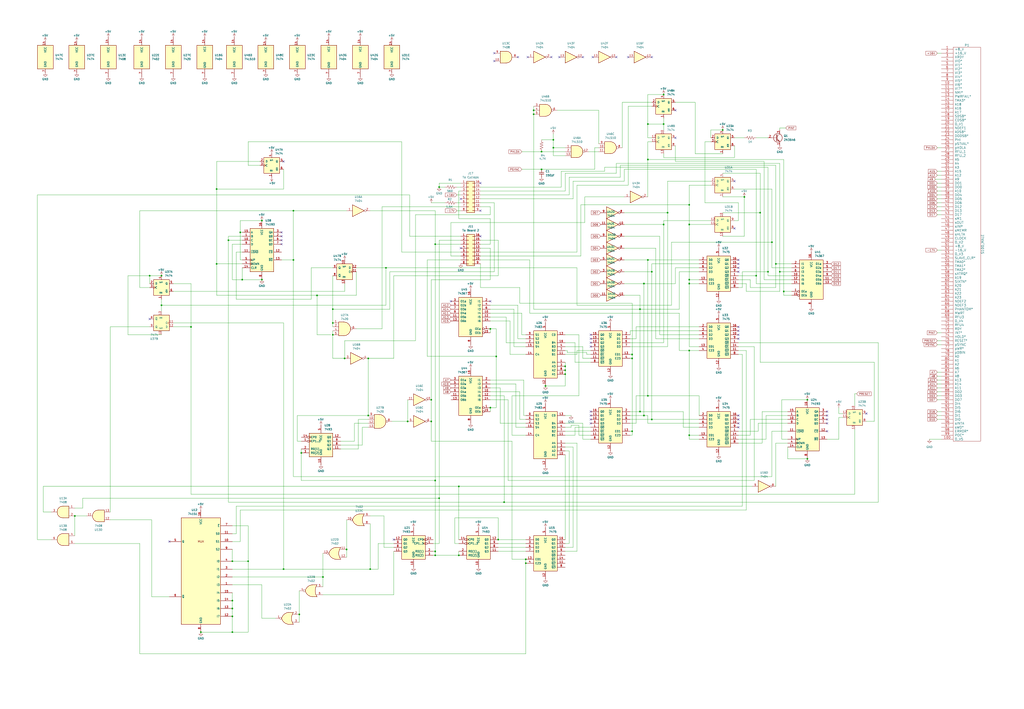
<source format=kicad_sch>
(kicad_sch (version 20250114) (generator "eeschema") (generator_version "9.0")
  (paper "User" 660.4 457.2)
  (title_block (title "W2I-S100") (date "2025-06-29"))
  (junction (at 214.63 199.39))
  (junction (at 160.02 361.95))
  (junction (at 280.67 309.88))
  (junction (at 412.75 265.43))
  (junction (at 280.67 157.48))
  (junction (at 321.31 347.98))
  (junction (at 194.31 292.1))
  (junction (at 349.25 109.22))
  (junction (at 237.49 267.97))
  (junction (at 356.87 95.25))
  (junction (at 208.28 372.11))
  (junction (at 407.67 228.6))
  (junction (at 325.12 323.85))
  (junction (at 444.5 226.06))
  (junction (at 351.79 248.92))
  (junction (at 344.17 71.12))
  (junction (at 466.09 83.82))
  (junction (at 407.67 231.14))
  (junction (at 495.3 175.26))
  (junction (at 238.76 367.03))
  (junction (at 316.23 212.09))
  (junction (at 444.5 180.34))
  (junction (at 189.23 167.64))
  (junction (at 214.63 208.28))
  (junction (at 417.83 102.87))
  (junction (at 412.75 199.39))
  (junction (at 430.53 137.16))
  (junction (at 502.92 175.26))
  (junction (at 444.5 144.78))
  (junction (at 320.04 229.87))
  (junction (at 129.54 407.67))
  (junction (at 123.19 210.82))
  (junction (at 500.38 170.18))
  (junction (at 104.14 177.8))
  (junction (at 248.92 172.72))
  (junction (at 356.87 90.17))
  (junction (at 283.21 120.65))
  (junction (at 280.67 355.6))
  (junction (at 420.37 175.26))
  (junction (at 149.86 397.51))
  (junction (at 339.09 363.22))
  (junction (at 222.25 231.14))
  (junction (at 505.46 187.96))
  (junction (at 156.21 180.34))
  (junction (at 139.7 170.18))
  (junction (at 147.32 154.94))
  (junction (at 182.88 367.03))
  (junction (at 104.14 196.85))
  (junction (at 444.5 280.67))
  (junction (at 278.13 257.81))
  (junction (at 149.86 407.67))
  (junction (at 490.22 137.16))
  (junction (at 364.49 236.22))
  (junction (at 168.91 180.34))
  (junction (at 520.7 295.91))
  (junction (at 487.68 177.8))
  (junction (at 364.49 241.3))
  (junction (at 48.26 332.74))
  (junction (at 168.91 142.24))
  (junction (at 427.99 144.78))
  (junction (at 280.67 358.14))
  (junction (at 193.04 396.24))
  (junction (at 154.94 149.86))
  (junction (at 480.06 127))
  (junction (at 497.84 156.21))
  (junction (at 520.7 257.81))
  (junction (at 295.91 313.69))
  (junction (at 149.86 361.95))
  (junction (at 149.86 387.35))
  (junction (at 189.23 135.89))
  (junction (at 149.86 392.43))
  (junction (at 417.83 255.27))
  (junction (at 349.25 97.79))
  (junction (at 214.63 215.9))
  (junction (at 427.99 80.01))
  (junction (at 417.83 80.01))
  (junction (at 316.23 262.89))
  (junction (at 295.91 358.14))
  (junction (at 339.09 360.68))
  (junction (at 364.49 238.76))
  (junction (at 444.5 132.08))
  (junction (at 344.17 73.66))
  (junction (at 407.67 278.13))
  (junction (at 96.52 177.8))
  (junction (at 262.89 271.78))
  (junction (at 237.49 231.14))
  (junction (at 415.29 182.88))
  (junction (at 417.83 167.64))
  (junction (at 223.52 354.33))
  (junction (at 278.13 271.78))
  (junction (at 139.7 121.92))
  (junction (at 415.29 267.97))
  (junction (at 283.21 321.31))
  (junction (at 444.5 182.88))
  (junction (at 204.47 190.5))
  (junction (at 427.99 60.96))
  (junction (at 420.37 270.51))
  (no_connect (at 309.88 152.4))
  (no_connect (at 181.61 154.94))
  (no_connect (at 420.37 36.83))
  (no_connect (at 254 347.98))
  (no_connect (at 381 273.05))
  (no_connect (at 381 215.9))
  (no_connect (at 318.77 34.29))
  (no_connect (at 382.27 36.83))
  (no_connect (at 533.4 278.13))
  (no_connect (at 476.25 210.82))
  (no_connect (at 476.25 170.18))
  (no_connect (at 340.36 36.83))
  (no_connect (at 435.61 88.9))
  (no_connect (at 309.88 118.11))
  (no_connect (at 397.51 36.83))
  (no_connect (at 375.92 36.83))
  (no_connect (at 476.25 213.36))
  (no_connect (at 309.88 135.89))
  (no_connect (at 355.6 36.83))
  (no_connect (at 181.61 157.48))
  (no_connect (at 381 218.44))
  (no_connect (at 435.61 71.12))
  (no_connect (at 297.18 128.27))
  (no_connect (at 297.18 160.02))
  (no_connect (at 109.22 349.25))
  (no_connect (at 182.88 104.14))
  (no_connect (at 533.4 265.43))
  (no_connect (at 476.25 172.72))
  (no_connect (at 476.25 275.59))
  (no_connect (at 473.71 147.32))
  (no_connect (at 476.25 175.26))
  (no_connect (at 181.61 149.86))
  (no_connect (at 533.4 273.05))
  (no_connect (at 533.4 270.51))
  (no_connect (at 316.23 194.31))
  (no_connect (at 360.68 36.83))
  (no_connect (at 318.77 39.37))
  (no_connect (at 381 220.98))
  (no_connect (at 405.13 36.83))
  (no_connect (at 96.52 205.74))
  (no_connect (at 381 265.43))
  (no_connect (at 476.25 218.44))
  (no_connect (at 558.8 266.7))
  (no_connect (at 533.4 267.97))
  (no_connect (at 476.25 270.51))
  (no_connect (at 381 223.52))
  (no_connect (at 476.25 167.64))
  (no_connect (at 476.25 215.9))
  (no_connect (at 473.71 116.84))
  (no_connect (at 181.61 152.4))
  (no_connect (at 381 270.51))
  (no_connect (at 476.25 267.97))
  (no_connect (at 290.83 194.31))
  (no_connect (at 334.01 36.83))
  (no_connect (at 381 267.97))
  (no_connect (at 476.25 273.05))
  (wire (pts (xy 563.88 271.78) (xy 558.8 271.78)))
  (wire (pts (xy 425.45 215.9) (xy 450.85 215.9)))
  (wire (pts (xy 372.11 355.6) (xy 372.11 285.75)))
  (wire (pts (xy 497.84 172.72) (xy 510.54 172.72)))
  (wire (pts (xy 96.52 177.8) (xy 104.14 177.8)))
  (wire (pts (xy 147.32 152.4) (xy 147.32 154.94)))
  (wire (pts (xy 254 177.8) (xy 254 231.14)))
  (wire (pts (xy 604.52 34.29) (xy 607.06 34.29)))
  (wire (pts (xy 283.21 350.52) (xy 279.4 350.52)))
  (wire (pts (xy 149.86 392.43) (xy 149.86 397.51)))
  (wire (pts (xy 322.58 273.05) (xy 322.58 250.19)))
  (wire (pts (xy 204.47 190.5) (xy 139.7 190.5)))
  (wire (pts (xy 254 353.06) (xy 247.65 353.06)))
  (wire (pts (xy 551.18 276.86) (xy 551.18 318.77)))
  (wire (pts (xy 417.83 167.64) (xy 450.85 167.64)))
  (wire (pts (xy 378.46 228.6) (xy 378.46 227.33)))
  (wire (pts (xy 254 383.54) (xy 254 355.6)))
  (wire (pts (xy 407.67 278.13) (xy 407.67 231.14)))
  (wire (pts (xy 405.13 119.38) (xy 405.13 68.58)))
  (wire (pts (xy 182.88 109.22) (xy 182.88 121.92)))
  (wire (pts (xy 332.74 247.65) (xy 316.23 247.65)))
  (wire (pts (xy 297.18 152.4) (xy 264.16 152.4)))
  (wire (pts (xy 369.57 353.06) (xy 369.57 288.29)))
  (wire (pts (xy 365.76 226.06) (xy 365.76 227.33)))
  (wire (pts (xy 541.02 269.24) (xy 541.02 283.21)))
  (wire (pts (xy 316.23 207.01) (xy 328.93 207.01)))
  (wire (pts (xy 359.41 71.12) (xy 386.08 71.12)))
  (wire (pts (xy 254 350.52) (xy 243.84 350.52)))
  (wire (pts (xy 444.5 283.21) (xy 450.85 283.21)))
  (wire (pts (xy 316.23 157.48) (xy 309.88 157.48)))
  (wire (pts (xy 427.99 220.98) (xy 406.4 220.98)))
  (wire (pts (xy 364.49 223.52) (xy 375.92 223.52)))
  (wire (pts (xy 191.77 284.48) (xy 191.77 267.97)))
  (wire (pts (xy 334.01 196.85) (xy 316.23 196.85)))
  (wire (pts (xy 334.01 218.44) (xy 334.01 196.85)))
  (wire (pts (xy 466.09 127) (xy 480.06 127)))
  (wire (pts (xy 295.91 313.69) (xy 485.14 313.69)))
  (wire (pts (xy 495.3 177.8) (xy 495.3 175.26)))
  (wire (pts (xy 364.49 278.13) (xy 381 278.13)))
  (wire (pts (xy 604.52 250.19) (xy 607.06 250.19)))
  (wire (pts (xy 293.37 334.01) (xy 321.31 334.01)))
  (wire (pts (xy 604.52 270.51) (xy 607.06 270.51)))
  (wire (pts (xy 406.4 223.52) (xy 430.53 223.52)))
  (wire (pts (xy 450.85 223.52) (xy 444.5 223.52)))
  (wire (pts (xy 481.33 328.93) (xy 154.94 328.93)))
  (wire (pts (xy 82.55 215.9) (xy 82.55 177.8)))
  (wire (pts (xy 283.21 321.31) (xy 283.21 350.52)))
  (wire (pts (xy 290.83 165.1) (xy 290.83 143.51)))
  (wire (pts (xy 444.5 280.67) (xy 444.5 283.21)))
  (wire (pts (xy 604.52 247.65) (xy 607.06 247.65)))
  (wire (pts (xy 494.03 283.21) (xy 494.03 267.97)))
  (wire (pts (xy 450.85 182.88) (xy 444.5 182.88)))
  (wire (pts (xy 275.59 167.64) (xy 275.59 229.87)))
  (wire (pts (xy 369.57 288.29) (xy 364.49 288.29)))
  (wire (pts (xy 280.67 157.48) (xy 280.67 135.89)))
  (wire (pts (xy 229.87 190.5) (xy 204.47 190.5)))
  (wire (pts (xy 417.83 80.01) (xy 417.83 88.9)))
  (wire (pts (xy 368.3 275.59) (xy 364.49 275.59)))
  (wire (pts (xy 149.86 180.34) (xy 149.86 157.48)))
  (wire (pts (xy 444.5 226.06) (xy 450.85 226.06)))
  (wire (pts (xy 604.52 242.57) (xy 607.06 242.57)))
  (wire (pts (xy 326.39 220.98) (xy 326.39 204.47)))
  (wire (pts (xy 280.67 135.89) (xy 238.76 135.89)))
  (wire (pts (xy 283.21 120.65) (xy 287.02 120.65)))
  (wire (pts (xy 364.49 111.76) (xy 397.51 111.76)))
  (wire (pts (xy 246.38 133.35) (xy 297.18 133.35)))
  (wire (pts (xy 208.28 383.54) (xy 254 383.54)))
  (wire (pts (xy 402.59 144.78) (xy 427.99 144.78)))
  (wire (pts (xy 309.88 162.56) (xy 372.11 162.56)))
  (wire (pts (xy 367.03 114.3) (xy 400.05 114.3)))
  (wire (pts (xy 280.67 355.6) (xy 280.67 309.88)))
  (wire (pts (xy 454.66 130.81) (xy 454.66 91.44)))
  (wire (pts (xy 156.21 180.34) (xy 149.86 180.34)))
  (wire (pts (xy 364.49 280.67) (xy 370.84 280.67)))
  (wire (pts (xy 604.52 128.27) (xy 607.06 128.27)))
  (wire (pts (xy 604.52 219.71) (xy 607.06 219.71)))
  (wire (pts (xy 444.5 182.88) (xy 444.5 180.34)))
  (wire (pts (xy 264.16 152.4) (xy 264.16 125.73)))
  (wire (pts (xy 367.03 125.73) (xy 367.03 114.3)))
  (wire (pts (xy 497.84 121.92) (xy 473.71 121.92)))
  (wire (pts (xy 491.49 265.43) (xy 508 265.43)))
  (wire (pts (xy 283.21 154.94) (xy 297.18 154.94)))
  (wire (pts (xy 214.63 231.14) (xy 222.25 231.14)))
  (wire (pts (xy 506.73 82.55) (xy 502.92 82.55)))
  (wire (pts (xy 450.85 255.27) (xy 450.85 267.97)))
  (wire (pts (xy 97.79 335.28) (xy 71.12 335.28)))
  (wire (pts (xy 450.85 175.26) (xy 438.15 175.26)))
  (wire (pts (xy 71.12 210.82) (xy 96.52 210.82)))
  (wire (pts (xy 309.88 165.1) (xy 374.65 165.1)))
  (wire (pts (xy 604.52 95.25) (xy 607.06 95.25)))
  (wire (pts (xy 476.25 182.88) (xy 481.33 182.88)))
  (wire (pts (xy 476.25 278.13) (xy 488.95 278.13)))
  (wire (pts (xy 487.68 182.88) (xy 510.54 182.88)))
  (wire (pts (xy 444.5 144.78) (xy 458.47 144.78)))
  (wire (pts (xy 373.38 255.27) (xy 373.38 215.9)))
  (wire (pts (xy 154.94 349.25) (xy 149.86 349.25)))
  (wire (pts (xy 604.52 133.35) (xy 607.06 133.35)))
  (wire (pts (xy 420.37 270.51) (xy 406.4 270.51)))
  (wire (pts (xy 481.33 226.06) (xy 481.33 328.93)))
  (wire (pts (xy 228.6 273.05) (xy 228.6 284.48)))
  (wire (pts (xy 486.41 223.52) (xy 486.41 309.88)))
  (wire (pts (xy 386.08 71.12) (xy 386.08 92.71)))
  (wire (pts (xy 478.79 228.6) (xy 476.25 228.6)))
  (wire (pts (xy 435.61 93.98) (xy 435.61 104.14)))
  (wire (pts (xy 505.46 187.96) (xy 510.54 187.96)))
  (wire (pts (xy 604.52 252.73) (xy 607.06 252.73)))
  (wire (pts (xy 476.25 223.52) (xy 486.41 223.52)))
  (wire (pts (xy 237.49 270.51) (xy 231.14 270.51)))
  (wire (pts (xy 356.87 95.25) (xy 356.87 100.33)))
  (wire (pts (xy 336.55 201.93) (xy 316.23 201.93)))
  (wire (pts (xy 473.71 101.6) (xy 473.71 93.98)))
  (wire (pts (xy 377.19 143.51) (xy 377.19 127)))
  (wire (pts (xy 427.99 60.96) (xy 417.83 60.96)))
  (wire (pts (xy 278.13 284.48) (xy 278.13 271.78)))
  (wire (pts (xy 378.46 227.33) (xy 365.76 227.33)))
  (wire (pts (xy 444.5 223.52) (xy 444.5 182.88)))
  (wire (pts (xy 316.23 180.34) (xy 316.23 160.02)))
  (wire (pts (xy 500.38 185.42) (xy 483.87 185.42)))
  (wire (pts (xy 111.76 210.82) (xy 123.19 210.82)))
  (wire (pts (xy 356.87 86.36) (xy 356.87 90.17)))
  (wire (pts (xy 90.17 421.64) (xy 90.17 350.52)))
  (wire (pts (xy 182.88 208.28) (xy 182.88 367.03)))
  (wire (pts (xy 295.91 140.97) (xy 316.23 140.97)))
  (wire (pts (xy 279.4 358.14) (xy 280.67 358.14)))
  (wire (pts (xy 364.49 226.06) (xy 365.76 226.06)))
  (wire (pts (xy 604.52 135.89) (xy 607.06 135.89)))
  (wire (pts (xy 373.38 280.67) (xy 373.38 274.32)))
  (wire (pts (xy 233.68 287.02) (xy 219.71 287.02)))
  (wire (pts (xy 407.67 231.14) (xy 407.67 228.6)))
  (wire (pts (xy 320.04 229.87) (xy 320.04 212.09)))
  (wire (pts (xy 566.42 323.85) (xy 566.42 220.98)))
  (wire (pts (xy 487.68 182.88) (xy 487.68 177.8)))
  (wire (pts (xy 415.29 267.97) (xy 417.83 267.97)))
  (wire (pts (xy 295.91 355.6) (xy 295.91 358.14)))
  (wire (pts (xy 427.99 80.01) (xy 427.99 83.82)))
  (wire (pts (xy 160.02 106.68) (xy 167.64 106.68)))
  (wire (pts (xy 412.75 190.5) (xy 412.75 199.39)))
  (wire (pts (xy 154.94 328.93) (xy 154.94 349.25)))
  (wire (pts (xy 330.2 360.68) (xy 330.2 284.48)))
  (wire (pts (xy 476.25 285.75) (xy 491.49 285.75)))
  (wire (pts (xy 604.52 257.81) (xy 607.06 257.81)))
  (wire (pts (xy 435.61 104.14) (xy 492.76 104.14)))
  (wire (pts (xy 327.66 257.81) (xy 327.66 309.88)))
  (wire (pts (xy 372.11 119.38) (xy 405.13 119.38)))
  (wire (pts (xy 481.33 182.88) (xy 481.33 187.96)))
  (wire (pts (xy 444.5 132.08) (xy 444.5 144.78)))
  (wire (pts (xy 466.09 99.06) (xy 448.31 99.06)))
  (wire (pts (xy 420.37 175.26) (xy 420.37 170.18)))
  (wire (pts (xy 417.83 167.64) (xy 417.83 255.27)))
  (wire (pts (xy 454.66 91.44) (xy 458.47 91.44)))
  (wire (pts (xy 280.67 157.48) (xy 280.67 309.88)))
  (wire (pts (xy 231.14 270.51) (xy 231.14 289.56)))
  (wire (pts (xy 480.06 127) (xy 480.06 152.4)))
  (wire (pts (xy 278.13 180.34) (xy 316.23 180.34)))
  (wire (pts (xy 604.52 267.97) (xy 607.06 267.97)))
  (wire (pts (xy 344.17 68.58) (xy 344.17 71.12)))
  (wire (pts (xy 123.19 182.88) (xy 123.19 210.82)))
  (wire (pts (xy 48.26 332.74) (xy 48.26 345.44)))
  (wire (pts (xy 551.18 254) (xy 551.18 261.62)))
  (wire (pts (xy 339.09 273.05) (xy 322.58 273.05)))
  (wire (pts (xy 381 233.68) (xy 370.84 233.68)))
  (wire (pts (xy 372.11 162.56) (xy 372.11 119.38)))
  (wire (pts (xy 369.57 116.84) (xy 369.57 128.27)))
  (wire (pts (xy 412.75 199.39) (xy 438.15 199.39)))
  (wire (pts (xy 372.11 226.06) (xy 381 226.06)))
  (wire (pts (xy 487.68 88.9) (xy 495.3 88.9)))
  (wire (pts (xy 152.4 326.39) (xy 478.79 326.39)))
  (wire (pts (xy 309.88 123.19) (xy 364.49 123.19)))
  (wire (pts (xy 331.47 223.52) (xy 331.47 199.39)))
  (wire (pts (xy 104.14 196.85) (xy 104.14 200.66)))
  (wire (pts (xy 160.02 361.95) (xy 160.02 407.67)))
  (wire (pts (xy 604.52 130.81) (xy 607.06 130.81)))
  (wire (pts (xy 223.52 354.33) (xy 223.52 335.28)))
  (wire (pts (xy 318.77 130.81) (xy 318.77 175.26)))
  (wire (pts (xy 344.17 199.39) (xy 412.75 199.39)))
  (wire (pts (xy 328.93 228.6) (xy 328.93 207.01)))
  (wire (pts (xy 139.7 104.14) (xy 167.64 104.14)))
  (wire (pts (xy 438.15 175.26) (xy 438.15 199.39)))
  (wire (pts (xy 420.37 170.18) (xy 450.85 170.18)))
  (wire (pts (xy 228.6 284.48) (xy 219.71 284.48)))
  (wire (pts (xy 440.69 275.59) (xy 450.85 275.59)))
  (wire (pts (xy 435.61 182.88) (xy 415.29 182.88)))
  (wire (pts (xy 24.13 347.98) (xy 33.02 347.98)))
  (wire (pts (xy 222.25 231.14) (xy 222.25 219.71)))
  (wire (pts (xy 450.85 172.72) (xy 435.61 172.72)))
  (wire (pts (xy 247.65 353.06) (xy 247.65 332.74)))
  (wire (pts (xy 450.85 213.36) (xy 406.4 213.36)))
  (wire (pts (xy 372.11 172.72) (xy 372.11 196.85)))
  (wire (pts (xy 420.37 270.51) (xy 450.85 270.51)))
  (wire (pts (xy 149.86 367.03) (xy 182.88 367.03)))
  (wire (pts (xy 427.99 76.2) (xy 427.99 80.01)))
  (wire (pts (xy 33.02 330.2) (xy 27.94 330.2)))
  (wire (pts (xy 90.17 185.42) (xy 90.17 135.89)))
  (wire (pts (xy 450.85 218.44) (xy 422.91 218.44)))
  (wire (pts (xy 27.94 330.2) (xy 27.94 313.69)))
  (wire (pts (xy 406.4 218.44) (xy 410.21 218.44)))
  (wire (pts (xy 156.21 170.18) (xy 139.7 170.18)))
  (wire (pts (xy 139.7 170.18) (xy 139.7 121.92)))
  (wire (pts (xy 433.07 156.21) (xy 497.84 156.21)))
  (wire (pts (xy 341.63 201.93) (xy 341.63 167.64)))
  (wire (pts (xy 504.19 257.81) (xy 504.19 283.21)))
  (wire (pts (xy 448.31 99.06) (xy 448.31 66.04)))
  (wire (pts (xy 505.46 187.96) (xy 505.46 190.5)))
  (wire (pts (xy 604.52 255.27) (xy 607.06 255.27)))
  (wire (pts (xy 90.17 135.89) (xy 189.23 135.89)))
  (wire (pts (xy 344.17 73.66) (xy 344.17 199.39)))
  (wire (pts (xy 341.63 167.64) (xy 309.88 167.64)))
  (wire (pts (xy 189.23 307.34) (xy 189.23 167.64)))
  (wire (pts (xy 275.59 229.87) (xy 320.04 229.87)))
  (wire (pts (xy 406.4 213.36) (xy 406.4 215.9)))
  (wire (pts (xy 168.91 180.34) (xy 156.21 180.34)))
  (wire (pts (xy 316.23 160.02) (xy 309.88 160.02)))
  (wire (pts (xy 251.46 175.26) (xy 251.46 199.39)))
  (wire (pts (xy 111.76 187.96) (xy 222.25 187.96)))
  (wire (pts (xy 604.52 123.19) (xy 607.06 123.19)))
  (wire (pts (xy 327.66 309.88) (xy 486.41 309.88)))
  (wire (pts (xy 280.67 358.14) (xy 280.67 355.6)))
  (wire (pts (xy 458.47 88.9) (xy 458.47 83.82)))
  (wire (pts (xy 238.76 337.82) (xy 238.76 367.03)))
  (wire (pts (xy 604.52 222.25) (xy 607.06 222.25)))
  (wire (pts (xy 604.52 125.73) (xy 607.06 125.73)))
  (wire (pts (xy 402.59 116.84) (xy 369.57 116.84)))
  (wire (pts (xy 237.49 275.59) (xy 233.68 275.59)))
  (wire (pts (xy 294.64 125.73) (xy 297.18 125.73)))
  (wire (pts (xy 339.09 275.59) (xy 332.74 275.59)))
  (wire (pts (xy 397.51 105.41) (xy 502.92 105.41)))
  (wire (pts (xy 476.25 130.81) (xy 454.66 130.81)))
  (wire (pts (xy 339.09 220.98) (xy 326.39 220.98)))
  (wire (pts (xy 504.19 283.21) (xy 508 283.21)))
  (wire (pts (xy 604.52 245.11) (xy 607.06 245.11)))
  (wire (pts (xy 427.99 99.06) (xy 427.99 101.6)))
  (wire (pts (xy 402.59 167.64) (xy 417.83 167.64)))
  (wire (pts (xy 604.52 161.29) (xy 607.06 161.29)))
  (wire (pts (xy 344.17 71.12) (xy 344.17 73.66)))
  (wire (pts (xy 417.83 255.27) (xy 450.85 255.27)))
  (wire (pts (xy 389.89 107.95) (xy 495.3 107.95)))
  (wire (pts (xy 339.09 360.68) (xy 339.09 363.22)))
  (wire (pts (xy 246.38 212.09) (xy 229.87 212.09)))
  (wire (pts (xy 476.25 280.67) (xy 483.87 280.67)))
  (wire (pts (xy 321.31 347.98) (xy 321.31 334.01)))
  (wire (pts (xy 604.52 118.11) (xy 607.06 118.11)))
  (wire (pts (xy 476.25 142.24) (xy 476.25 130.81)))
  (wire (pts (xy 478.79 175.26) (xy 478.79 185.42)))
  (wire (pts (xy 321.31 350.52) (xy 339.09 350.52)))
  (wire (pts (xy 309.88 125.73) (xy 367.03 125.73)))
  (wire (pts (xy 367.03 290.83) (xy 367.03 350.52)))
  (wire (pts (xy 410.21 273.05) (xy 410.21 255.27)))
  (wire (pts (xy 147.32 154.94) (xy 156.21 154.94)))
  (wire (pts (xy 337.82 267.97) (xy 337.82 245.11)))
  (wire (pts (xy 370.84 233.68) (xy 370.84 220.98)))
  (wire (pts (xy 420.37 91.44) (xy 417.83 91.44)))
  (wire (pts (xy 497.84 156.21) (xy 497.84 172.72)))
  (wire (pts (xy 478.79 326.39) (xy 478.79 228.6)))
  (wire (pts (xy 149.86 157.48) (xy 156.21 157.48)))
  (wire (pts (xy 200.66 193.04) (xy 200.66 172.72)))
  (wire (pts (xy 381 280.67) (xy 373.38 280.67)))
  (wire (pts (xy 488.95 278.13) (xy 488.95 273.05)))
  (wire (pts (xy 500.38 170.18) (xy 500.38 185.42)))
  (wire (pts (xy 497.84 278.13) (xy 497.84 307.34)))
  (wire (pts (xy 191.77 267.97) (xy 237.49 267.97)))
  (wire (pts (xy 599.44 283.21) (xy 607.06 283.21)))
  (wire (pts (xy 374.65 165.1) (xy 374.65 132.08)))
  (wire (pts (xy 349.25 97.79) (xy 364.49 97.79)))
  (wire (pts (xy 372.11 228.6) (xy 372.11 226.06)))
  (wire (pts (xy 149.86 344.17) (xy 152.4 344.17)))
  (wire (pts (xy 440.69 265.43) (xy 440.69 275.59)))
  (wire (pts (xy 407.67 195.58) (xy 335.28 195.58)))
  (wire (pts (xy 476.25 180.34) (xy 483.87 180.34)))
  (wire (pts (xy 156.21 162.56) (xy 152.4 162.56)))
  (wire (pts (xy 406.4 273.05) (xy 410.21 273.05)))
  (wire (pts (xy 373.38 274.32) (xy 368.3 274.32)))
  (wire (pts (xy 466.09 152.4) (xy 480.06 152.4)))
  (wire (pts (xy 415.29 182.88) (xy 415.29 267.97)))
  (wire (pts (xy 400.05 106.68) (xy 500.38 106.68)))
  (wire (pts (xy 383.54 95.25) (xy 383.54 109.22)))
  (wire (pts (xy 231.14 289.56) (xy 219.71 289.56)))
  (wire (pts (xy 406.4 267.97) (xy 415.29 267.97)))
  (wire (pts (xy 297.18 167.64) (xy 275.59 167.64)))
  (wire (pts (xy 406.4 265.43) (xy 412.75 265.43)))
  (wire (pts (xy 444.5 132.08) (xy 444.5 119.38)))
  (wire (pts (xy 214.63 177.8) (xy 214.63 199.39)))
  (wire (pts (xy 427.99 144.78) (xy 427.99 220.98)))
  (wire (pts (xy 330.2 284.48) (xy 278.13 284.48)))
  (wire (pts (xy 373.38 215.9) (xy 364.49 215.9)))
  (wire (pts (xy 335.28 185.42) (xy 309.88 185.42)))
  (wire (pts (xy 604.52 110.49) (xy 607.06 110.49)))
  (wire (pts (xy 430.53 137.16) (xy 430.53 116.84)))
  (wire (pts (xy 279.4 355.6) (xy 280.67 355.6)))
  (wire (pts (xy 309.88 133.35) (xy 316.23 133.35)))
  (wire (pts (xy 283.21 118.11) (xy 283.21 120.65)))
  (wire (pts (xy 374.65 132.08) (xy 444.5 132.08)))
  (wire (pts (xy 430.53 223.52) (xy 430.53 137.16)))
  (wire (pts (xy 369.57 128.27) (xy 309.88 128.27)))
  (wire (pts (xy 248.92 172.72) (xy 248.92 196.85)))
  (wire (pts (xy 154.94 142.24) (xy 154.94 149.86)))
  (wire (pts (xy 349.25 109.22) (xy 383.54 109.22)))
  (wire (pts (xy 488.95 273.05) (xy 508 273.05)))
  (wire (pts (xy 407.67 228.6) (xy 407.67 195.58)))
  (wire (pts (xy 149.86 339.09) (xy 160.02 339.09)))
  (wire (pts (xy 160.02 339.09) (xy 160.02 361.95)))
  (wire (pts (xy 336.55 109.22) (xy 349.25 109.22)))
  (wire (pts (xy 458.47 142.24) (xy 427.99 142.24)))
  (wire (pts (xy 417.83 80.01) (xy 427.99 80.01)))
  (wire (pts (xy 508 288.29) (xy 508 295.91)))
  (wire (pts (xy 325.12 323.85) (xy 566.42 323.85)))
  (wire (pts (xy 438.15 226.06) (xy 438.15 201.93)))
  (wire (pts (xy 139.7 121.92) (xy 139.7 104.14)))
  (wire (pts (xy 476.25 226.06) (xy 481.33 226.06)))
  (wire (pts (xy 27.94 313.69) (xy 295.91 313.69)))
  (wire (pts (xy 189.23 135.89) (xy 223.52 135.89)))
  (wire (pts (xy 295.91 350.52) (xy 293.37 350.52)))
  (wire (pts (xy 222.25 219.71) (xy 267.97 219.71)))
  (wire (pts (xy 368.3 274.32) (xy 368.3 275.59)))
  (wire (pts (xy 406.4 280.67) (xy 407.67 280.67)))
  (wire (pts (xy 243.84 367.03) (xy 238.76 367.03)))
  (wire (pts (xy 417.83 60.96) (xy 417.83 80.01)))
  (wire (pts (xy 214.63 215.9) (xy 214.63 231.14)))
  (wire (pts (xy 104.14 193.04) (xy 104.14 196.85)))
  (wire (pts (xy 316.23 140.97) (xy 316.23 157.48)))
  (wire (pts (xy 417.83 267.97) (xy 417.83 273.05)))
  (wire (pts (xy 417.83 273.05) (xy 450.85 273.05)))
  (wire (pts (xy 381 228.6) (xy 378.46 228.6)))
  (wire (pts (xy 254 231.14) (xy 237.49 231.14)))
  (wire (pts (xy 222.25 187.96) (xy 222.25 182.88)))
  (wire (pts (xy 505.46 102.87) (xy 505.46 187.96)))
  (wire (pts (xy 427.99 142.24) (xy 427.99 144.78)))
  (wire (pts (xy 370.84 220.98) (xy 364.49 220.98)))
  (wire (pts (xy 402.59 152.4) (xy 425.45 152.4)))
  (wire (pts (xy 168.91 398.78) (xy 168.91 377.19)))
  (wire (pts (xy 425.45 152.4) (xy 425.45 215.9)))
  (wire (pts (xy 243.84 350.52) (xy 243.84 367.03)))
  (wire (pts (xy 375.92 273.05) (xy 364.49 273.05)))
  (wire (pts (xy 500.38 285.75) (xy 500.38 313.69)))
  (wire (pts (xy 508 285.75) (xy 500.38 285.75)))
  (wire (pts (xy 356.87 100.33) (xy 364.49 100.33)))
  (wire (pts (xy 502.92 105.41) (xy 502.92 175.26)))
  (wire (pts (xy 96.52 177.8) (xy 96.52 182.88)))
  (wire (pts (xy 444.5 280.67) (xy 450.85 280.67)))
  (wire (pts (xy 508 295.91) (xy 520.7 295.91)))
  (wire (pts (xy 402.59 109.22) (xy 402.59 116.84)))
  (wire (pts (xy 251.46 199.39) (xy 214.63 199.39)))
  (wire (pts (xy 364.49 236.22) (xy 364.49 233.68)))
  (wire (pts (xy 267.97 138.43) (xy 267.97 219.71)))
  (wire (pts (xy 476.25 177.8) (xy 487.68 177.8)))
  (wire (pts (xy 152.4 344.17) (xy 152.4 326.39)))
  (wire (pts (xy 444.5 226.06) (xy 438.15 226.06)))
  (wire (pts (xy 551.18 318.77) (xy 123.19 318.77)))
  (wire (pts (xy 336.55 97.79) (xy 349.25 97.79)))
  (wire (pts (xy 483.87 270.51) (xy 508 270.51)))
  (wire (pts (xy 325.12 255.27) (xy 325.12 323.85)))
  (wire (pts (xy 412.75 265.43) (xy 440.69 265.43)))
  (wire (pts (xy 280.67 358.14) (xy 295.91 358.14)))
  (wire (pts (xy 339.09 218.44) (xy 334.01 218.44)))
  (wire (pts (xy 370.84 280.67) (xy 370.84 275.59)))
  (wire (pts (xy 204.47 215.9) (xy 204.47 190.5)))
  (wire (pts (xy 339.09 223.52) (xy 331.47 223.52)))
  (wire (pts (xy 490.22 233.68) (xy 563.88 233.68)))
  (wire (pts (xy 478.79 175.26) (xy 495.3 175.26)))
  (wire (pts (xy 156.21 172.72) (xy 156.21 180.34)))
  (wire (pts (xy 422.91 218.44) (xy 422.91 160.02)))
  (wire (pts (xy 316.23 133.35) (xy 316.23 138.43)))
  (wire (pts (xy 160.02 91.44) (xy 160.02 106.68)))
  (wire (pts (xy 278.13 130.81) (xy 287.02 130.81)))
  (wire (pts (xy 223.52 359.41) (xy 223.52 354.33)))
  (wire (pts (xy 293.37 350.52) (xy 293.37 334.01)))
  (wire (pts (xy 111.76 182.88) (xy 123.19 182.88)))
  (wire (pts (xy 147.32 323.85) (xy 325.12 323.85)))
  (wire (pts (xy 264.16 125.73) (xy 24.13 125.73)))
  (wire (pts (xy 386.08 95.25) (xy 383.54 95.25)))
  (wire (pts (xy 375.92 223.52) (xy 375.92 231.14)))
  (wire (pts (xy 490.22 111.76) (xy 490.22 137.16)))
  (wire (pts (xy 316.23 257.81) (xy 327.66 257.81)))
  (wire (pts (xy 262.89 271.78) (xy 252.73 271.78)))
  (wire (pts (xy 367.03 350.52) (xy 364.49 350.52)))
  (wire (pts (xy 375.92 283.21) (xy 375.92 273.05)))
  (wire (pts (xy 604.52 113.03) (xy 607.06 113.03)))
  (wire (pts (xy 156.21 152.4) (xy 147.32 152.4)))
  (wire (pts (xy 604.52 240.03) (xy 607.06 240.03)))
  (wire (pts (xy 497.84 121.92) (xy 497.84 156.21)))
  (wire (pts (xy 214.63 213.36) (xy 214.63 215.9)))
  (wire (pts (xy 356.87 95.25) (xy 364.49 95.25)))
  (wire (pts (xy 495.3 177.8) (xy 510.54 177.8)))
  (wire (pts (xy 149.86 354.33) (xy 149.86 361.95)))
  (wire (pts (xy 405.13 68.58) (xy 420.37 68.58)))
  (wire (pts (xy 356.87 90.17) (xy 356.87 95.25)))
  (wire (pts (xy 335.28 270.51) (xy 335.28 252.73)))
  (wire (pts (xy 129.54 407.67) (xy 149.86 407.67)))
  (wire (pts (xy 208.28 372.11) (xy 208.28 378.46)))
  (wire (pts (xy 321.31 347.98) (xy 339.09 347.98)))
  (wire (pts (xy 495.3 175.26) (xy 495.3 107.95)))
  (wire (pts (xy 193.04 381) (xy 193.04 396.24)))
  (wire (pts (xy 466.09 137.16) (xy 490.22 137.16)))
  (wire (pts (xy 368.3 267.97) (xy 364.49 267.97)))
  (wire (pts (xy 510.54 190.5) (xy 505.46 190.5)))
  (wire (pts (xy 149.86 361.95) (xy 160.02 361.95)))
  (wire (pts (xy 321.31 355.6) (xy 339.09 355.6)))
  (wire (pts (xy 502.92 187.96) (xy 502.92 175.26)))
  (wire (pts (xy 290.83 143.51) (xy 377.19 143.51)))
  (wire (pts (xy 149.86 372.11) (xy 208.28 372.11)))
  (wire (pts (xy 181.61 167.64) (xy 189.23 167.64)))
  (wire (pts (xy 290.83 165.1) (xy 297.18 165.1)))
  (wire (pts (xy 330.2 255.27) (xy 373.38 255.27)))
  (wire (pts (xy 433.07 196.85) (xy 433.07 156.21)))
  (wire (pts (xy 335.28 195.58) (xy 335.28 185.42)))
  (wire (pts (xy 372.11 285.75) (xy 364.49 285.75)))
  (wire (pts (xy 473.71 88.9) (xy 480.06 88.9)))
  (wire (pts (xy 194.31 284.48) (xy 191.77 284.48)))
  (wire (pts (xy 247.65 332.74) (xy 238.76 332.74)))
  (wire (pts (xy 237.49 231.14) (xy 237.49 267.97)))
  (wire (pts (xy 406.4 231.14) (xy 407.67 231.14)))
  (wire (pts (xy 541.02 266.7) (xy 543.56 266.7)))
  (wire (pts (xy 316.23 212.09) (xy 316.23 214.63)))
  (wire (pts (xy 364.49 228.6) (xy 372.11 228.6)))
  (wire (pts (xy 318.77 175.26) (xy 251.46 175.26)))
  (wire (pts (xy 177.8 398.78) (xy 168.91 398.78)))
  (wire (pts (xy 297.18 162.56) (xy 259.08 162.56)))
  (wire (pts (xy 168.91 377.19) (xy 149.86 377.19)))
  (wire (pts (xy 377.19 127) (xy 402.59 127)))
  (wire (pts (xy 417.83 102.87) (xy 505.46 102.87)))
  (wire (pts (xy 336.55 215.9) (xy 336.55 201.93)))
  (wire (pts (xy 349.25 90.17) (xy 356.87 90.17)))
  (wire (pts (xy 82.55 177.8) (xy 96.52 177.8)))
  (wire (pts (xy 364.49 238.76) (xy 364.49 236.22)))
  (wire (pts (xy 458.47 83.82) (xy 466.09 83.82)))
  (wire (pts (xy 248.92 172.72) (xy 372.11 172.72)))
  (wire (pts (xy 364.49 355.6) (xy 372.11 355.6)))
  (wire (pts (xy 189.23 307.34) (xy 497.84 307.34)))
  (wire (pts (xy 473.71 142.24) (xy 476.25 142.24)))
  (wire (pts (xy 48.26 327.66) (xy 53.34 327.66)))
  (wire (pts (xy 490.22 137.16) (xy 490.22 233.68)))
  (wire (pts (xy 458.47 119.38) (xy 444.5 119.38)))
  (wire (pts (xy 53.34 321.31) (xy 283.21 321.31)))
  (wire (pts (xy 483.87 280.67) (xy 483.87 270.51)))
  (wire (pts (xy 322.58 250.19) (xy 316.23 250.19)))
  (wire (pts (xy 147.32 154.94) (xy 147.32 323.85)))
  (wire (pts (xy 543.56 269.24) (xy 541.02 269.24)))
  (wire (pts (xy 502.92 175.26) (xy 510.54 175.26)))
  (wire (pts (xy 321.31 177.8) (xy 254 177.8)))
  (wire (pts (xy 450.85 210.82) (xy 410.21 210.82)))
  (wire (pts (xy 494.03 267.97) (xy 508 267.97)))
  (wire (pts (xy 154.94 149.86) (xy 156.21 149.86)))
  (wire (pts (xy 438.15 201.93) (xy 341.63 201.93)))
  (wire (pts (xy 510.54 180.34) (xy 492.76 180.34)))
  (wire (pts (xy 229.87 172.72) (xy 248.92 172.72)))
  (wire (pts (xy 316.23 262.89) (xy 320.04 262.89)))
  (wire (pts (xy 410.21 210.82) (xy 410.21 218.44)))
  (wire (pts (xy 246.38 133.35) (xy 246.38 212.09)))
  (wire (pts (xy 149.86 397.51) (xy 149.86 407.67)))
  (wire (pts (xy 149.86 387.35) (xy 149.86 392.43)))
  (wire (pts (xy 603.25 115.57) (xy 607.06 115.57)))
  (wire (pts (xy 502.92 82.55) (xy 502.92 83.82)))
  (wire (pts (xy 283.21 321.31) (xy 283.21 154.94)))
  (wire (pts (xy 213.36 215.9) (xy 204.47 215.9)))
  (wire (pts (xy 389.89 107.95) (xy 389.89 110.49)))
  (wire (pts (xy 321.31 353.06) (xy 339.09 353.06)))
  (wire (pts (xy 214.63 208.28) (xy 214.63 210.82)))
  (wire (pts (xy 417.83 102.87) (xy 417.83 127)))
  (wire (pts (xy 233.68 275.59) (xy 233.68 287.02)))
  (wire (pts (xy 401.32 66.04) (xy 420.37 66.04)))
  (wire (pts (xy 381 283.21) (xy 375.92 283.21)))
  (wire (pts (xy 397.51 111.76) (xy 397.51 105.41)))
  (wire (pts (xy 337.82 245.11) (xy 316.23 245.11)))
  (wire (pts (xy 339.09 280.67) (xy 330.2 280.67)))
  (wire (pts (xy 214.63 199.39) (xy 214.63 208.28)))
  (wire (pts (xy 295.91 123.19) (xy 295.91 140.97)))
  (wire (pts (xy 278.13 257.81) (xy 278.13 271.78)))
  (wire (pts (xy 417.83 88.9) (xy 420.37 88.9)))
  (wire (pts (xy 335.28 252.73) (xy 316.23 252.73)))
  (wire (pts (xy 97.79 384.81) (xy 97.79 335.28)))
  (wire (pts (xy 297.18 118.11) (xy 283.21 118.11)))
  (wire (pts (xy 448.31 66.04) (xy 435.61 66.04)))
  (wire (pts (xy 326.39 204.47) (xy 316.23 204.47)))
  (wire (pts (xy 500.38 106.68) (xy 500.38 170.18)))
  (wire (pts (xy 194.31 292.1) (xy 194.31 289.56)))
  (wire (pts (xy 154.94 149.86) (xy 154.94 167.64)))
  (wire (pts (xy 152.4 193.04) (xy 200.66 193.04)))
  (wire (pts (xy 508 278.13) (xy 497.84 278.13)))
  (wire (pts (xy 237.49 273.05) (xy 228.6 273.05)))
  (wire (pts (xy 604.52 138.43) (xy 607.06 138.43)))
  (wire (pts (xy 111.76 208.28) (xy 182.88 208.28)))
  (wire (pts (xy 262.89 257.81) (xy 262.89 271.78)))
  (wire (pts (xy 331.47 199.39) (xy 316.23 199.39)))
  (wire (pts (xy 193.04 396.24) (xy 193.04 401.32)))
  (wire (pts (xy 476.25 185.42) (xy 478.79 185.42)))
  (wire (pts (xy 407.67 280.67) (xy 407.67 278.13)))
  (wire (pts (xy 200.66 172.72) (xy 214.63 172.72)))
  (wire (pts (xy 189.23 167.64) (xy 189.23 135.89)))
  (wire (pts (xy 372.11 196.85) (xy 433.07 196.85)))
  (wire (pts (xy 229.87 175.26) (xy 229.87 190.5)))
  (wire (pts (xy 401.32 95.25) (xy 401.32 66.04)))
  (wire (pts (xy 297.18 123.19) (xy 295.91 123.19)))
  (wire (pts (xy 389.89 110.49) (xy 361.95 110.49)))
  (wire (pts (xy 351.79 248.92) (xy 364.49 248.92)))
  (wire (pts (xy 96.52 185.42) (xy 90.17 185.42)))
  (wire (pts (xy 476.25 283.21) (xy 494.03 283.21)))
  (wire (pts (xy 152.4 162.56) (xy 152.4 193.04)))
  (wire (pts (xy 604.52 214.63) (xy 607.06 214.63)))
  (wire (pts (xy 339.09 228.6) (xy 328.93 228.6)))
  (wire (pts (xy 104.14 215.9) (xy 82.55 215.9)))
  (wire (pts (xy 435.61 172.72) (xy 435.61 182.88)))
  (wire (pts (xy 267.97 138.43) (xy 316.23 138.43)))
  (wire (pts (xy 149.86 382.27) (xy 149.86 387.35)))
  (wire (pts (xy 552.45 254) (xy 551.18 254)))
  (wire (pts (xy 483.87 180.34) (xy 483.87 185.42)))
  (wire (pts (xy 309.88 185.42) (xy 309.88 170.18)))
  (wire (pts (xy 123.19 210.82) (xy 123.19 318.77)))
  (wire (pts (xy 487.68 177.8) (xy 487.68 109.22)))
  (wire (pts (xy 402.59 137.16) (xy 430.53 137.16)))
  (wire (pts (xy 104.14 196.85) (xy 248.92 196.85)))
  (wire (pts (xy 364.49 293.37) (xy 364.49 347.98)))
  (wire (pts (xy 412.75 199.39) (xy 412.75 265.43)))
  (wire (pts (xy 406.4 278.13) (xy 407.67 278.13)))
  (wire (pts (xy 294.64 130.81) (xy 297.18 130.81)))
  (wire (pts (xy 400.05 114.3) (xy 400.05 106.68)))
  (wire (pts (xy 430.53 116.84) (xy 458.47 116.84)))
  (wire (pts (xy 320.04 212.09) (xy 316.23 212.09)))
  (wire (pts (xy 139.7 170.18) (xy 139.7 190.5)))
  (wire (pts (xy 309.88 130.81) (xy 318.77 130.81)))
  (wire (pts (xy 361.95 120.65) (xy 309.88 120.65)))
  (wire (pts (xy 379.73 97.79) (xy 386.08 97.79)))
  (wire (pts (xy 295.91 313.69) (xy 295.91 347.98)))
  (wire (pts (xy 364.49 241.3) (xy 364.49 238.76)))
  (wire (pts (xy 320.04 229.87) (xy 320.04 262.89)))
  (wire (pts (xy 339.09 363.22) (xy 339.09 421.64)))
  (wire (pts (xy 332.74 275.59) (xy 332.74 247.65)))
  (wire (pts (xy 364.49 353.06) (xy 369.57 353.06)))
  (wire (pts (xy 48.26 332.74) (xy 55.88 332.74)))
  (wire (pts (xy 330.2 280.67) (xy 330.2 255.27)))
  (wire (pts (xy 90.17 350.52) (xy 48.26 350.52)))
  (wire (pts (xy 444.5 180.34) (xy 450.85 180.34)))
  (wire (pts (xy 375.92 231.14) (xy 381 231.14)))
  (wire (pts (xy 339.09 267.97) (xy 337.82 267.97)))
  (wire (pts (xy 309.88 154.94) (xy 321.31 154.94)))
  (wire (pts (xy 520.7 257.81) (xy 504.19 257.81)))
  (wire (pts (xy 412.75 190.5) (xy 402.59 190.5)))
  (wire (pts (xy 259.08 162.56) (xy 259.08 91.44)))
  (wire (pts (xy 444.5 180.34) (xy 444.5 144.78)))
  (wire (pts (xy 24.13 125.73) (xy 24.13 347.98)))
  (wire (pts (xy 364.49 123.19) (xy 364.49 111.76)))
  (wire (pts (xy 294.64 120.65) (xy 297.18 120.65)))
  (wire (pts (xy 402.59 175.26) (xy 420.37 175.26)))
  (wire (pts (xy 71.12 330.2) (xy 71.12 210.82)))
  (wire (pts (xy 417.83 91.44) (xy 417.83 102.87)))
  (wire (pts (xy 259.08 91.44) (xy 160.02 91.44)))
  (wire (pts (xy 481.33 187.96) (xy 502.92 187.96)))
  (wire (pts (xy 280.67 309.88) (xy 194.31 309.88)))
  (wire (pts (xy 566.42 220.98) (xy 476.25 220.98)))
  (wire (pts (xy 604.52 120.65) (xy 607.06 120.65)))
  (wire (pts (xy 280.67 157.48) (xy 297.18 157.48)))
  (wire (pts (xy 487.68 109.22) (xy 402.59 109.22)))
  (wire (pts (xy 316.23 262.89) (xy 316.23 265.43)))
  (wire (pts (xy 294.64 135.89) (xy 297.18 135.89)))
  (wire (pts (xy 361.95 110.49) (xy 361.95 120.65)))
  (wire (pts (xy 563.88 233.68) (xy 563.88 271.78)))
  (wire (pts (xy 339.09 360.68) (xy 330.2 360.68)))
  (wire (pts (xy 407.67 228.6) (xy 406.4 228.6)))
  (wire (pts (xy 427.99 101.6) (xy 473.71 101.6)))
  (wire (pts (xy 339.09 270.51) (xy 335.28 270.51)))
  (wire (pts (xy 364.49 290.83) (xy 367.03 290.83)))
  (wire (pts (xy 541.02 283.21) (xy 533.4 283.21)))
  (wire (pts (xy 278.13 257.81) (xy 278.13 180.34)))
  (wire (pts (xy 492.76 180.34) (xy 492.76 104.14)))
  (wire (pts (xy 316.23 255.27) (xy 325.12 255.27)))
  (wire (pts (xy 109.22 384.81) (xy 97.79 384.81)))
  (wire (pts (xy 444.5 226.06) (xy 444.5 280.67)))
  (wire (pts (xy 364.49 248.92) (xy 364.49 241.3)))
  (wire (pts (xy 53.34 327.66) (xy 53.34 321.31)))
  (wire (pts (xy 149.86 407.67) (xy 160.02 407.67)))
  (wire (pts (xy 370.84 275.59) (xy 381 275.59)))
  (wire (pts (xy 541.02 262.89) (xy 541.02 266.7)))
  (wire (pts (xy 321.31 154.94) (xy 321.31 177.8)))
  (wire (pts (xy 339.09 215.9) (xy 336.55 215.9)))
  (wire (pts (xy 168.91 142.24) (xy 154.94 142.24)))
  (wire (pts (xy 604.52 265.43) (xy 607.06 265.43)))
  (wire (pts (xy 410.21 255.27) (xy 417.83 255.27)))
  (wire (pts (xy 422.91 160.02) (xy 402.59 160.02)))
  (wire (pts (xy 339.09 421.64) (xy 90.17 421.64)))
  (wire (pts (xy 194.31 309.88) (xy 194.31 292.1)))
  (wire (pts (xy 466.09 111.76) (xy 490.22 111.76)))
  (wire (pts (xy 208.28 356.87) (xy 208.28 372.11)))
  (wire (pts (xy 402.59 182.88) (xy 415.29 182.88)))
  (wire (pts (xy 156.21 167.64) (xy 154.94 167.64)))
  (wire (pts (xy 491.49 285.75) (xy 491.49 265.43)))
  (wire (pts (xy 182.88 121.92) (xy 139.7 121.92)))
  (wire (pts (xy 238.76 367.03) (xy 182.88 367.03)))
  (wire (pts (xy 500.38 170.18) (xy 510.54 170.18)))
  (wire (pts (xy 420.37 175.26) (xy 420.37 270.51)))
  (global_label "A12" (shape input) (at 290.83 196.85 180) (property "Intersheetrefs" "${INTERSHEET_REFS}" (effects (hide yes))))
  (global_label "+16V" (shape input) (at 604.52 34.29 180) (property "Intersheetrefs" "${INTERSHEET_REFS}" (effects (hide yes))))
  (global_label "D10" (shape input) (at 604.52 270.51 180) (property "Intersheetrefs" "${INTERSHEET_REFS}" (effects (hide yes))))
  (global_label "PSYNC" (shape input) (at 604.52 222.25 180) (property "Intersheetrefs" "${INTERSHEET_REFS}" (effects (hide yes))))
  (global_label "A7" (shape input) (at 290.83 245.11 180) (property "Intersheetrefs" "${INTERSHEET_REFS}" (effects (hide yes))))
  (global_label "A13" (shape input) (at 290.83 204.47 180) (property "Intersheetrefs" "${INTERSHEET_REFS}" (effects (hide yes))))
  (global_label "D10" (shape input) (at 535.94 177.8 0) (property "Intersheetrefs" "${INTERSHEET_REFS}" (effects (hide yes))))
  (global_label "A9" (shape input) (at 290.83 250.19 180) (property "Intersheetrefs" "${INTERSHEET_REFS}" (effects (hide yes))))
  (global_label "-17V" (shape input) (at 604.52 161.29 180) (property "Intersheetrefs" "${INTERSHEET_REFS}" (effects (hide yes))))
  (global_label "A15" (shape input) (at 604.52 110.49 180) (property "Intersheetrefs" "${INTERSHEET_REFS}" (effects (hide yes))))
  (global_label "D11" (shape input) (at 535.94 175.26 0) (property "Intersheetrefs" "${INTERSHEET_REFS}" (effects (hide yes))))
  (global_label "D07" (shape input) (at 604.52 257.81 180) (property "Intersheetrefs" "${INTERSHEET_REFS}" (effects (hide yes))))
  (global_label "+16V" (shape input) (at 294.64 125.73 180) (property "Intersheetrefs" "${INTERSHEET_REFS}" (effects (hide yes))))
  (global_label "D12" (shape input) (at 604.52 133.35 180) (property "Intersheetrefs" "${INTERSHEET_REFS}" (effects (hide yes))))
  (global_label "D05" (shape input) (at 387.35 152.4 180) (property "Intersheetrefs" "${INTERSHEET_REFS}" (effects (hide yes))))
  (global_label "A8" (shape input) (at 290.83 252.73 180) (property "Intersheetrefs" "${INTERSHEET_REFS}" (effects (hide yes))))
  (global_label "D00" (shape input) (at 387.35 190.5 180) (property "Intersheetrefs" "${INTERSHEET_REFS}" (effects (hide yes))))
  (global_label "PHLDA" (shape input) (at 604.52 95.25 180) (property "Intersheetrefs" "${INTERSHEET_REFS}" (effects (hide yes))))
  (global_label "D05" (shape input) (at 604.52 128.27 180) (property "Intersheetrefs" "${INTERSHEET_REFS}" (effects (hide yes))))
  (global_label "D03" (shape input) (at 604.52 255.27 180) (property "Intersheetrefs" "${INTERSHEET_REFS}" (effects (hide yes))))
  (global_label "A12" (shape input) (at 604.52 113.03 180) (property "Intersheetrefs" "${INTERSHEET_REFS}" (effects (hide yes))))
  (global_label "PHLDA" (shape input) (at 336.55 97.79 180) (property "Intersheetrefs" "${INTERSHEET_REFS}" (effects (hide yes))))
  (global_label "PRESET" (shape input) (at 552.45 254 0) (property "Intersheetrefs" "${INTERSHEET_REFS}" (effects (hide yes))))
  (global_label "A11" (shape input) (at 604.52 250.19 180) (property "Intersheetrefs" "${INTERSHEET_REFS}" (effects (hide yes))))
  (global_label "D07" (shape input) (at 387.35 137.16 180) (property "Intersheetrefs" "${INTERSHEET_REFS}" (effects (hide yes))))
  (global_label "D17" (shape input) (at 535.94 172.72 0) (property "Intersheetrefs" "${INTERSHEET_REFS}" (effects (hide yes))))
  (global_label "PINT" (shape input) (at 604.52 214.63 180) (property "Intersheetrefs" "${INTERSHEET_REFS}" (effects (hide yes))))
  (global_label "D04" (shape input) (at 387.35 160.02 180) (property "Intersheetrefs" "${INTERSHEET_REFS}" (effects (hide yes))))
  (global_label "D00" (shape input) (at 604.52 120.65 180) (property "Intersheetrefs" "${INTERSHEET_REFS}" (effects (hide yes))))
  (global_label "D11" (shape input) (at 604.52 267.97 180) (property "Intersheetrefs" "${INTERSHEET_REFS}" (effects (hide yes))))
  (global_label "PSYNC" (shape input) (at 336.55 109.22 180) (property "Intersheetrefs" "${INTERSHEET_REFS}" (effects (hide yes))))
  (global_label "PRESET" (shape input) (at 604.52 219.71 180) (property "Intersheetrefs" "${INTERSHEET_REFS}" (effects (hide yes))))
  (global_label "D06" (shape input) (at 604.52 130.81 180) (property "Intersheetrefs" "${INTERSHEET_REFS}" (effects (hide yes))))
  (global_label "A11" (shape input) (at 290.83 201.93 180) (property "Intersheetrefs" "${INTERSHEET_REFS}" (effects (hide yes))))
  (global_label "D06" (shape input) (at 387.35 144.78 180) (property "Intersheetrefs" "${INTERSHEET_REFS}" (effects (hide yes))))
  (global_label "PINT" (shape input) (at 506.73 82.55 0) (property "Intersheetrefs" "${INTERSHEET_REFS}" (effects (hide yes))))
  (global_label "D03" (shape input) (at 387.35 167.64 180) (property "Intersheetrefs" "${INTERSHEET_REFS}" (effects (hide yes))))
  (global_label "D01" (shape input) (at 387.35 182.88 180) (property "Intersheetrefs" "${INTERSHEET_REFS}" (effects (hide yes))))
  (global_label "D16" (shape input) (at 604.52 265.43 180) (property "Intersheetrefs" "${INTERSHEET_REFS}" (effects (hide yes))))
  (global_label "A14" (shape input) (at 604.52 247.65 180) (property "Intersheetrefs" "${INTERSHEET_REFS}" (effects (hide yes))))
  (global_label "D13" (shape input) (at 604.52 135.89 180) (property "Intersheetrefs" "${INTERSHEET_REFS}" (effects (hide yes))))
  (global_label "-17V" (shape input) (at 294.64 135.89 180) (property "Intersheetrefs" "${INTERSHEET_REFS}" (effects (hide yes))))
  (global_label "D02" (shape input) (at 604.52 252.73 180) (property "Intersheetrefs" "${INTERSHEET_REFS}" (effects (hide yes))))
  (global_label "A14" (shape input) (at 290.83 199.39 180) (property "Intersheetrefs" "${INTERSHEET_REFS}" (effects (hide yes))))
  (global_label "D13" (shape input) (at 535.94 182.88 0) (property "Intersheetrefs" "${INTERSHEET_REFS}" (effects (hide yes))))
  (global_label "A7" (shape input) (at 604.52 240.03 180) (property "Intersheetrefs" "${INTERSHEET_REFS}" (effects (hide yes))))
  (global_label "D02" (shape input) (at 387.35 175.26 180) (property "Intersheetrefs" "${INTERSHEET_REFS}" (effects (hide yes))))
  (global_label "A13" (shape input) (at 604.52 245.11 180) (property "Intersheetrefs" "${INTERSHEET_REFS}" (effects (hide yes))))
  (global_label "D01" (shape input) (at 604.52 118.11 180) (property "Intersheetrefs" "${INTERSHEET_REFS}" (effects (hide yes))))
  (global_label "D04" (shape input) (at 604.52 125.73 180) (property "Intersheetrefs" "${INTERSHEET_REFS}" (effects (hide yes))))
  (global_label "A10" (shape input) (at 604.52 123.19 180) (property "Intersheetrefs" "${INTERSHEET_REFS}" (effects (hide yes))))
  (global_label "D12" (shape input) (at 535.94 170.18 0) (property "Intersheetrefs" "${INTERSHEET_REFS}" (effects (hide yes))))
  (global_label "A8" (shape input) (at 604.52 242.57 180) (property "Intersheetrefs" "${INTERSHEET_REFS}" (effects (hide yes))))
  (global_label "A9" (shape input) (at 603.25 115.57 180) (property "Intersheetrefs" "${INTERSHEET_REFS}" (effects (hide yes))))
  (global_label "D16" (shape input) (at 535.94 180.34 0) (property "Intersheetrefs" "${INTERSHEET_REFS}" (effects (hide yes))))
  (global_label "D17" (shape input) (at 604.52 138.43 180) (property "Intersheetrefs" "${INTERSHEET_REFS}" (effects (hide yes))))
  (global_label "A10" (shape input) (at 290.83 247.65 180) (property "Intersheetrefs" "${INTERSHEET_REFS}" (effects (hide yes))))
  (global_label "A15" (shape input) (at 290.83 207.01 180) (property "Intersheetrefs" "${INTERSHEET_REFS}" (effects (hide yes))))
  (symbol (lib_id "Zero_ConsoleIO-cache:S100_MALE") (at 623.57 157.48 0) (unit 1)
    (property "Reference" "P1" (at 623.57 29.21 0) (effects (font (size 1.524 1.524))))
    (property "Value" "S100_MALE" (at 633.73 157.48 90) (effects (font (size 1.524 1.524))))
  )
  (symbol (lib_id "74xx:74LS74") (at 551.18 269.24 0) (unit 2)
    (property "Reference" "U23" (at 553.3233 259.08 0) (effects (justify left)))
    (property "Value" "7474" (at 553.3233 261.62 0) (effects (justify left)))
    (property "Footprint" "Package_DIP:DIP-14_W7.62mm" (effects (hide yes)))
    (property "Datasheet" "74xx/74hc_hct74.pdf" (effects (hide yes)))
    (property "Description" "Dual D Flip-flop, Set & Reset" (effects (hide yes)))
  )
  (symbol (lib_id "74xx:74LS04") (at 347.98 36.83 0) (unit 1)
    (property "Reference" "U42" (at 347.98 27.94 0))
    (property "Value" "7404" (at 347.98 30.48 0))
    (property "Footprint" "Package_DIP:DIP-14_W7.62mm" (effects (hide yes)))
    (property "Datasheet" "http://www.ti.com/lit/gpn/sn74LS04" (effects (hide yes)))
    (property "Description" "Hex Inverter" (effects (hide yes)))
  )
  (symbol (lib_id "power:GND") (at 212.09 49.53 0) (unit 1)
    (property "Reference" "#PWR063" (effects (hide yes)))
    (property "Value" "GND" (at 212.09 53.594 0))
    (property "Description" "Power symbol creates a global label with name \"GND\" , ground" (effects (hide yes)))
  )
  (symbol (lib_id "power:+5V") (at 351.79 208.28 0) (unit 1)
    (property "Reference" "#PWR017" (effects (hide yes)))
    (property "Value" "+5V" (at 351.536 204.47 0))
    (property "Description" "Power symbol creates a global label with name \"+5V\"" (effects (hide yes)))
  )
  (symbol (lib_id "power:+5V") (at 168.91 142.24 0) (unit 1)
    (property "Reference" "#PWR034" (effects (hide yes)))
    (property "Value" "+5V" (at 168.656 138.43 0))
    (property "Description" "Power symbol creates a global label with name \"+5V\"" (effects (hide yes)))
  )
  (symbol (lib_id "Device:R_US") (at 290.83 130.81 90) (unit 1)
    (property "Reference" "R2" (at 291.338 128.524 90) (effects (justify left)))
    (property "Value" "1.5K" (at 292.1 133.35 90) (effects (justify left)))
    (property "Footprint" "footprints:R1206" (effects (hide yes)))
    (property "Datasheet" "https://lcsc.com/product-detail/Chip-Resistor-Surface-Mount-UniOhm_1KR-102-5_C1469.html" (effects (hide yes)))
    (property "Description" "Resistor, US symbol" (effects (hide yes)))
    (property "LCSC Part" "C1469" (effects (hide yes)))
  )
  (symbol (lib_id "power:GND") (at 207.01 299.72 0) (unit 1)
    (property "Reference" "#PWR031" (effects (hide yes)))
    (property "Value" "GND" (at 207.01 303.784 0))
    (property "Description" "Power symbol creates a global label with name \"GND\" , ground" (effects (hide yes)))
  )
  (symbol (lib_id "power:+5V") (at 393.7 208.28 0) (unit 1)
    (property "Reference" "#PWR016" (effects (hide yes)))
    (property "Value" "+5V" (at 393.446 204.47 0))
    (property "Description" "Power symbol creates a global label with name \"+5V\"" (effects (hide yes)))
  )
  (symbol (lib_id "74xx:74LS75") (at 393.7 273.05 0) (mirror y) (unit 1)
    (property "Reference" "U35" (at 391.5567 257.81 0) (effects (justify left)))
    (property "Value" "7475" (at 391.5567 260.35 0) (effects (justify left)))
    (property "Footprint" "Package_DIP:DIP-16_W7.62mm" (effects (hide yes)))
    (property "Datasheet" "http://www.ti.com/lit/gpn/sn74LS75" (effects (hide yes)))
    (property "Description" "4-bit Latch" (effects (hide yes)))
  )
  (symbol (lib_id "74xx:74LS04") (at 492.76 313.69 0) (unit 4)
    (property "Reference" "U16" (at 492.76 304.8 0))
    (property "Value" "7404" (at 492.76 307.34 0))
    (property "Footprint" "Package_DIP:DIP-14_W7.62mm" (effects (hide yes)))
    (property "Datasheet" "http://www.ti.com/lit/gpn/sn74LS04" (effects (hide yes)))
    (property "Description" "Hex Inverter" (effects (hide yes)))
  )
  (symbol (lib_id "power:+5V") (at 463.55 160.02 0) (unit 1)
    (property "Reference" "#PWR07" (effects (hide yes)))
    (property "Value" "+5V" (at 463.296 156.21 0))
    (property "Description" "Power symbol creates a global label with name \"+5V\"" (effects (hide yes)))
  )
  (symbol (lib_id "74xx:74LS04") (at 394.97 160.02 0) (unit 3)
    (property "Reference" "U43" (at 393.954 159.258 0))
    (property "Value" "7404" (at 393.954 161.798 0))
    (property "Footprint" "Package_DIP:DIP-14_W7.62mm" (effects (hide yes)))
    (property "Datasheet" "http://www.ti.com/lit/gpn/sn74LS04" (effects (hide yes)))
    (property "Description" "Hex Inverter" (effects (hide yes)))
  )
  (symbol (lib_id "power:+5V") (at 49.53 26.67 0) (unit 1)
    (property "Reference" "#PWR050" (effects (hide yes)))
    (property "Value" "+5V" (at 49.276 22.86 0))
    (property "Description" "Power symbol creates a global label with name \"+5V\"" (effects (hide yes)))
  )
  (symbol (lib_id "power:GND") (at 523.24 198.12 0) (unit 1)
    (property "Reference" "#PWR05" (effects (hide yes)))
    (property "Value" "GND" (at 523.24 202.184 0))
    (property "Description" "Power symbol creates a global label with name \"GND\" , ground" (effects (hide yes)))
  )
  (symbol (lib_id "power:GND") (at 520.7 295.91 0) (unit 1)
    (property "Reference" "#PWR013" (effects (hide yes)))
    (property "Value" "GND" (at 520.7 299.974 0))
    (property "Description" "Power symbol creates a global label with name \"GND\" , ground" (effects (hide yes)))
  )
  (symbol (lib_id "power:+5V") (at 151.13 24.13 0) (unit 1)
    (property "Reference" "#PWR055" (effects (hide yes)))
    (property "Value" "+5V" (at 150.876 20.32 0))
    (property "Description" "Power symbol creates a global label with name \"+5V\"" (effects (hide yes)))
  )
  (symbol (lib_id "74xx:74LS367") (at 303.53 255.27 0) (mirror y) (unit 1)
    (property "Reference" "U44" (at 301.3867 237.49 0) (effects (justify left)))
    (property "Value" "74367" (at 301.3867 240.03 0) (effects (justify left)))
    (property "Footprint" "Package_DIP:DIP-16_W7.62mm" (effects (hide yes)))
    (property "Datasheet" "http://www.ti.com/lit/gpn/sn74LS367" (effects (hide yes)))
    (property "Description" "Hex Bus Driver 3-state outputs" (effects (hide yes)))
  )
  (symbol (lib_id "power:GND") (at 168.91 180.34 0) (unit 1)
    (property "Reference" "#PWR035" (effects (hide yes)))
    (property "Value" "GND" (at 168.91 184.404 0))
    (property "Description" "Power symbol creates a global label with name \"GND\" , ground" (effects (hide yes)))
  )
  (symbol (lib_id "power:+5V") (at 520.7 257.81 0) (unit 1)
    (property "Reference" "#PWR014" (effects (hide yes)))
    (property "Value" "+5V" (at 520.446 254 0))
    (property "Description" "Power symbol creates a global label with name \"+5V\"" (effects (hide yes)))
  )
  (symbol (lib_id "74xx:74LS10") (at 372.11 97.79 0) (unit 1)
    (property "Reference" "U46" (at 372.1017 88.9 0))
    (property "Value" "74LS10" (at 372.1017 91.44 0))
    (property "Footprint" "Package_DIP:DIP-14_W7.62mm" (effects (hide yes)))
    (property "Datasheet" "http://www.ti.com/lit/gpn/sn74LS10" (effects (hide yes)))
    (property "Description" "Triple 3-input NAND" (effects (hide yes)))
  )
  (symbol (lib_id "74xx:74LS74") (at 466.09 91.44 0) (unit 1)
    (property "Reference" "U23" (at 468.2333 81.28 0) (effects (justify left)))
    (property "Value" "7474" (at 468.2333 83.82 0) (effects (justify left)))
    (property "Footprint" "Package_DIP:DIP-14_W7.62mm" (effects (hide yes)))
    (property "Datasheet" "74xx/74hc_hct74.pdf" (effects (hide yes)))
    (property "Description" "Dual D Flip-flop, Set & Reset" (effects (hide yes)))
  )
  (symbol (lib_id "power:+5V") (at 111.76 24.13 0) (unit 1)
    (property "Reference" "#PWR053" (effects (hide yes)))
    (property "Value" "+5V" (at 111.506 20.32 0))
    (property "Description" "Power symbol creates a global label with name \"+5V\"" (effects (hide yes)))
  )
  (symbol (lib_id "74xx:74LS74") (at 171.45 36.83 0) (unit 3)
    (property "Reference" "U48" (at 177.8 35.5599 0) (effects (justify left)))
    (property "Value" "7474" (at 177.8 38.0999 0) (effects (justify left)))
    (property "Footprint" "Package_DIP:DIP-14_W7.62mm" (effects (hide yes)))
    (property "Datasheet" "74xx/74hc_hct74.pdf" (effects (hide yes)))
    (property "Description" "Dual D Flip-flop, Set & Reset" (effects (hide yes)))
  )
  (symbol (lib_id "74xx:74LS04") (at 394.97 167.64 0) (unit 3)
    (property "Reference" "U42" (at 393.954 166.878 0))
    (property "Value" "7404" (at 393.954 169.418 0))
    (property "Footprint" "Package_DIP:DIP-14_W7.62mm" (effects (hide yes)))
    (property "Datasheet" "http://www.ti.com/lit/gpn/sn74LS04" (effects (hide yes)))
    (property "Description" "Hex Inverter" (effects (hide yes)))
  )
  (symbol (lib_id "74xx:74LS75") (at 463.55 218.44 0) (unit 1)
    (property "Reference" "U33" (at 465.6933 203.2 0) (effects (justify left)))
    (property "Value" "7475" (at 465.6933 205.74 0) (effects (justify left)))
    (property "Footprint" "Package_DIP:DIP-16_W7.62mm" (effects (hide yes)))
    (property "Datasheet" "http://www.ti.com/lit/gpn/sn74LS75" (effects (hide yes)))
    (property "Description" "4-bit Latch" (effects (hide yes)))
  )
  (symbol (lib_id "74xx:74LS367") (at 303.53 204.47 0) (mirror y) (unit 1)
    (property "Reference" "U45" (at 301.3867 186.69 0) (effects (justify left)))
    (property "Value" "74367" (at 301.3867 189.23 0) (effects (justify left)))
    (property "Footprint" "Package_DIP:DIP-16_W7.62mm" (effects (hide yes)))
    (property "Datasheet" "http://www.ti.com/lit/gpn/sn74LS367" (effects (hide yes)))
    (property "Description" "Hex Bus Driver 3-state outputs" (effects (hide yes)))
  )
  (symbol (lib_id "power:GND") (at 303.53 222.25 0) (unit 1)
    (property "Reference" "#PWR036" (effects (hide yes)))
    (property "Value" "GND" (at 303.53 226.314 0))
    (property "Description" "Power symbol creates a global label with name \"GND\" , ground" (effects (hide yes)))
  )
  (symbol (lib_id "power:+5V") (at 393.7 257.81 0) (unit 1)
    (property "Reference" "#PWR022" (effects (hide yes)))
    (property "Value" "+5V" (at 393.446 254 0))
    (property "Description" "Power symbol creates a global label with name \"+5V\"" (effects (hide yes)))
  )
  (symbol (lib_id "power:+5V") (at 191.77 26.67 0) (unit 1)
    (property "Reference" "#PWR057" (effects (hide yes)))
    (property "Value" "+5V" (at 191.516 22.86 0))
    (property "Description" "Power symbol creates a global label with name \"+5V\"" (effects (hide yes)))
  )
  (symbol (lib_id "power:+5V") (at 463.55 260.35 0) (unit 1)
    (property "Reference" "#PWR09" (effects (hide yes)))
    (property "Value" "+5V" (at 463.296 256.54 0))
    (property "Description" "Power symbol creates a global label with name \"+5V\"" (effects (hide yes)))
  )
  (symbol (lib_id "power:GND") (at 351.79 373.38 0) (unit 1)
    (property "Reference" "#PWR027" (effects (hide yes)))
    (property "Value" "GND" (at 351.79 377.444 0))
    (property "Description" "Power symbol creates a global label with name \"GND\" , ground" (effects (hide yes)))
  )
  (symbol (lib_id "74xx:74LS74") (at 49.53 36.83 0) (unit 3)
    (property "Reference" "U37" (at 55.88 35.5599 0) (effects (justify left)))
    (property "Value" "7474" (at 55.88 38.0999 0) (effects (justify left)))
    (property "Footprint" "Package_DIP:DIP-14_W7.62mm" (effects (hide yes)))
    (property "Datasheet" "74xx/74hc_hct74.pdf" (effects (hide yes)))
    (property "Description" "Dual D Flip-flop, Set & Reset" (effects (hide yes)))
  )
  (symbol (lib_id "power:GND") (at 599.44 283.21 0) (unit 1)
    (property "Reference" "#PWR0168" (effects (hide yes)))
    (property "Value" "GND" (at 599.44 288.29 0))
    (property "Description" "Power symbol creates a global label with name \"GND\" , ground" (effects (hide yes)))
  )
  (symbol (lib_id "74xx:74LS04") (at 270.51 271.78 0) (unit 3)
    (property "Reference" "U16" (at 270.51 262.89 0))
    (property "Value" "7404" (at 270.51 265.43 0))
    (property "Footprint" "Package_DIP:DIP-14_W7.62mm" (effects (hide yes)))
    (property "Datasheet" "http://www.ti.com/lit/gpn/sn74LS04" (effects (hide yes)))
    (property "Description" "Hex Inverter" (effects (hide yes)))
  )
  (symbol (lib_id "74xx:74LS74") (at 466.09 144.78 0) (unit 2)
    (property "Reference" "U31" (at 467.36 133.35 0) (effects (justify left)))
    (property "Value" "7474" (at 467.36 135.89 0) (effects (justify left)))
    (property "Footprint" "Package_DIP:DIP-14_W7.62mm_SMDSocket_SmallPads" (effects (hide yes)))
    (property "Datasheet" "74xx/74hc_hct74.pdf" (effects (hide yes)))
    (property "Description" "Dual D Flip-flop, Set & Reset" (effects (hide yes)))
  )
  (symbol (lib_id "Connector_Generic:Conn_02x08_Counter_Clockwise") (at 302.26 160.02 0) (unit 1)
    (property "Reference" "J11" (at 303.53 146.05 0))
    (property "Value" "To Board 2" (at 303.53 148.59 0))
    (property "Footprint" "Connector_IDC:IDC-Header_2x08_P2.54mm_Vertical" (effects (hide yes)))
    (property "Description" "Generic connector, double row, 02x08, counter clockwise pin numbering scheme (similar to DIP package numbering), script generated (kicad-library-utils/schlib/autogen/connector/)" (effects (hide yes)))
  )
  (symbol (lib_id "74xx:74LS04") (at 368.3 36.83 0) (unit 6)
    (property "Reference" "U43" (at 368.3 27.94 0))
    (property "Value" "7404" (at 368.3 30.48 0))
    (property "Footprint" "Package_DIP:DIP-14_W7.62mm" (effects (hide yes)))
    (property "Datasheet" "http://www.ti.com/lit/gpn/sn74LS04" (effects (hide yes)))
    (property "Description" "Hex Inverter" (effects (hide yes)))
  )
  (symbol (lib_id "power:GND") (at 49.53 46.99 0) (unit 1)
    (property "Reference" "#PWR071" (effects (hide yes)))
    (property "Value" "GND" (at 49.53 51.054 0))
    (property "Description" "Power symbol creates a global label with name \"GND\" , ground" (effects (hide yes)))
  )
  (symbol (lib_id "power:+5V") (at 303.53 237.49 0) (unit 1)
    (property "Reference" "#PWR038" (effects (hide yes)))
    (property "Value" "+5V" (at 303.276 233.68 0))
    (property "Description" "Power symbol creates a global label with name \"+5V\"" (effects (hide yes)))
  )
  (symbol (lib_id "74xx:74LS20") (at 222.25 212.09 0) (unit 1)
    (property "Reference" "U27" (at 222.2403 203.2 0))
    (property "Value" "7420" (at 222.2403 205.74 0))
    (property "Footprint" "Package_DIP:DIP-12_W7.62mm" (effects (hide yes)))
    (property "Datasheet" "http://www.ti.com/lit/gpn/sn74LS20" (effects (hide yes)))
    (property "Description" "Dual 4-input NAND" (effects (hide yes)))
  )
  (symbol (lib_id "power:+5V") (at 356.87 86.36 0) (unit 1)
    (property "Reference" "#PWR02" (effects (hide yes)))
    (property "Value" "+5V" (at 356.616 82.55 0))
    (property "Description" "Power symbol creates a global label with name \"+5V\"" (effects (hide yes)))
  )
  (symbol (lib_id "power:GND") (at 266.7 365.76 0) (unit 1)
    (property "Reference" "#PWR028" (effects (hide yes)))
    (property "Value" "GND" (at 266.7 369.824 0))
    (property "Description" "Power symbol creates a global label with name \"GND\" , ground" (effects (hide yes)))
  )
  (symbol (lib_id "power:+5V") (at 175.26 114.3 180) (unit 1)
    (property "Reference" "#PWR045" (effects (hide yes)))
    (property "Value" "+5V" (at 175.514 118.11 0))
    (property "Description" "Power symbol creates a global label with name \"+5V\"" (effects (hide yes)))
  )
  (symbol (lib_id "power:+5V") (at 466.09 83.82 0) (unit 1)
    (property "Reference" "#PWR015" (effects (hide yes)))
    (property "Value" "+5V" (at 465.836 80.01 0))
    (property "Description" "Power symbol creates a global label with name \"+5V\"" (effects (hide yes)))
  )
  (symbol (lib_id "power:GND") (at 463.55 236.22 0) (unit 1)
    (property "Reference" "#PWR011" (effects (hide yes)))
    (property "Value" "GND" (at 463.55 240.284 0))
    (property "Description" "Power symbol creates a global label with name \"GND\" , ground" (effects (hide yes)))
  )
  (symbol (lib_id "74xx:74LS74") (at 466.09 119.38 0) (unit 1)
    (property "Reference" "U31" (at 467.36 107.95 0) (effects (justify left)))
    (property "Value" "7474" (at 467.36 110.49 0) (effects (justify left)))
    (property "Footprint" "Package_DIP:DIP-14_W7.62mm_SMDSocket_SmallPads" (effects (hide yes)))
    (property "Datasheet" "74xx/74hc_hct74.pdf" (effects (hide yes)))
    (property "Description" "Dual D Flip-flop, Set & Reset" (effects (hide yes)))
  )
  (symbol (lib_id "power:GND") (at 351.79 248.92 0) (mirror y) (unit 1)
    (property "Reference" "#PWR019" (effects (hide yes)))
    (property "Value" "GND" (at 351.79 252.984 0))
    (property "Description" "Power symbol creates a global label with name \"GND\" , ground" (effects (hide yes)))
  )
  (symbol (lib_id "74xx:74LS04") (at 394.97 144.78 0) (unit 5)
    (property "Reference" "U42" (at 393.954 144.272 0))
    (property "Value" "7404" (at 393.954 146.812 0))
    (property "Footprint" "Package_DIP:DIP-14_W7.62mm" (effects (hide yes)))
    (property "Datasheet" "http://www.ti.com/lit/gpn/sn74LS04" (effects (hide yes)))
    (property "Description" "Hex Inverter" (effects (hide yes)))
  )
  (symbol (lib_id "74xx:74LS04") (at 132.08 36.83 0) (unit 7)
    (property "Reference" "U16" (at 138.43 35.5599 0) (effects (justify left)))
    (property "Value" "7404" (at 138.43 38.0999 0) (effects (justify left)))
    (property "Footprint" "Package_DIP:DIP-14_W7.62mm" (effects (hide yes)))
    (property "Datasheet" "http://www.ti.com/lit/gpn/sn74LS04" (effects (hide yes)))
    (property "Description" "Hex Inverter" (effects (hide yes)))
  )
  (symbol (lib_id "74xx:74LS08") (at 63.5 332.74 180) (unit 4)
    (property "Reference" "U13" (at 63.5083 341.63 0))
    (property "Value" "7408" (at 63.5083 339.09 0))
    (property "Footprint" "Package_DIP:DIP-14_W7.62mm" (effects (hide yes)))
    (property "Datasheet" "http://www.ti.com/lit/gpn/sn74LS08" (effects (hide yes)))
    (property "Description" "Quad And2" (effects (hide yes)))
  )
  (symbol (lib_id "74xx:74LS04") (at 394.97 182.88 0) (unit 2)
    (property "Reference" "U43" (at 393.954 182.118 0))
    (property "Value" "7404" (at 393.954 184.658 0))
    (property "Footprint" "Package_DIP:DIP-14_W7.62mm" (effects (hide yes)))
    (property "Datasheet" "http://www.ti.com/lit/gpn/sn74LS04" (effects (hide yes)))
    (property "Description" "Hex Inverter" (effects (hide yes)))
  )
  (symbol (lib_id "power:+5V") (at 463.55 203.2 0) (unit 1)
    (property "Reference" "#PWR08" (effects (hide yes)))
    (property "Value" "+5V" (at 463.296 199.39 0))
    (property "Description" "Power symbol creates a global label with name \"+5V\"" (effects (hide yes)))
  )
  (symbol (lib_id "Device:R_US") (at 349.25 93.98 0) (unit 1)
    (property "Reference" "R4" (at 348.742 100.33 0) (effects (justify left)))
    (property "Value" "4.7K" (at 347.726 102.362 0) (effects (justify left)))
    (property "Footprint" "footprints:R1206" (effects (hide yes)))
    (property "Datasheet" "https://lcsc.com/product-detail/Chip-Resistor-Surface-Mount-UniOhm_1KR-102-5_C1469.html" (effects (hide yes)))
    (property "Description" "Resistor, US symbol" (effects (hide yes)))
    (property "LCSC Part" "C1469" (effects (hide yes)))
  )
  (symbol (lib_id "power:GND") (at 349.25 114.3 0) (unit 1)
    (property "Reference" "#PWR03" (effects (hide yes)))
    (property "Value" "GND" (at 349.25 118.364 0))
    (property "Description" "Power symbol creates a global label with name \"GND\" , ground" (effects (hide yes)))
  )
  (symbol (lib_id "74xx:7402") (at 91.44 36.83 0) (unit 5)
    (property "Reference" "U22" (at 97.79 35.5599 0) (effects (justify left)))
    (property "Value" "7402" (at 97.79 38.0999 0) (effects (justify left)))
    (property "Footprint" "Package_DIP:DIP-14_W7.62mm" (effects (hide yes)))
    (property "Datasheet" "http://www.ti.com/lit/gpn/sn7402" (effects (hide yes)))
    (property "Description" "quad 2-input NOR gate" (effects (hide yes)))
  )
  (symbol (lib_id "74xx:74LS10") (at 393.7 95.25 0) (unit 3)
    (property "Reference" "U46" (at 393.6917 86.36 0))
    (property "Value" "74LS10" (at 393.6917 88.9 0))
    (property "Footprint" "Package_DIP:DIP-14_W7.62mm" (effects (hide yes)))
    (property "Datasheet" "http://www.ti.com/lit/gpn/sn74LS10" (effects (hide yes)))
    (property "Description" "Triple 3-input NAND" (effects (hide yes)))
  )
  (symbol (lib_id "74xx:7402") (at 185.42 398.78 0) (mirror y) (unit 1)
    (property "Reference" "U22" (at 185.42 389.89 0))
    (property "Value" "7402" (at 185.42 392.43 0))
    (property "Footprint" "Package_DIP:DIP-14_W7.62mm" (effects (hide yes)))
    (property "Datasheet" "http://www.ti.com/lit/gpn/sn7402" (effects (hide yes)))
    (property "Description" "quad 2-input NOR gate" (effects (hide yes)))
  )
  (symbol (lib_id "74xx:74LS74") (at 427.99 91.44 0) (unit 2)
    (property "Reference" "U48" (at 430.1333 81.28 0) (effects (justify left)))
    (property "Value" "7474" (at 430.1333 83.82 0) (effects (justify left)))
    (property "Footprint" "Package_DIP:DIP-14_W7.62mm" (effects (hide yes)))
    (property "Datasheet" "74xx/74hc_hct74.pdf" (effects (hide yes)))
    (property "Description" "Dual D Flip-flop, Set & Reset" (effects (hide yes)))
  )
  (symbol (lib_id "74xx:74LS08") (at 40.64 347.98 0) (mirror y) (unit 2)
    (property "Reference" "U13" (at 40.6483 339.09 0))
    (property "Value" "7408" (at 40.6483 341.63 0))
    (property "Footprint" "Package_DIP:DIP-14_W7.62mm" (effects (hide yes)))
    (property "Datasheet" "http://www.ti.com/lit/gpn/sn74LS08" (effects (hide yes)))
    (property "Description" "Quad And2" (effects (hide yes)))
  )
  (symbol (lib_id "power:GND") (at 29.21 46.99 0) (unit 1)
    (property "Reference" "#PWR072" (effects (hide yes)))
    (property "Value" "GND" (at 29.21 51.054 0))
    (property "Description" "Power symbol creates a global label with name \"GND\" , ground" (effects (hide yes)))
  )
  (symbol (lib_id "power:GND") (at 91.44 49.53 0) (unit 1)
    (property "Reference" "#PWR069" (effects (hide yes)))
    (property "Value" "GND" (at 91.44 53.594 0))
    (property "Description" "Power symbol creates a global label with name \"GND\" , ground" (effects (hide yes)))
  )
  (symbol (lib_id "74xx:74LS08") (at 40.64 330.2 0) (mirror y) (unit 1)
    (property "Reference" "U13" (at 40.6483 321.31 0))
    (property "Value" "7408" (at 40.6483 323.85 0))
    (property "Footprint" "Package_DIP:DIP-14_W7.62mm" (effects (hide yes)))
    (property "Datasheet" "http://www.ti.com/lit/gpn/sn74LS08" (effects (hide yes)))
    (property "Description" "Quad And2" (effects (hide yes)))
  )
  (symbol (lib_id "Device:C_Small") (at 349.25 111.76 0) (unit 1)
    (property "Reference" "C1" (at 351.79 110.4962 0) (effects (justify left)))
    (property "Value" "150pf" (at 351.79 113.0362 0) (effects (justify left)))
    (property "Description" "Unpolarized capacitor, small symbol" (effects (hide yes)))
  )
  (symbol (lib_id "74xx:7402") (at 231.14 335.28 180) (unit 3)
    (property "Reference" "U22" (at 231.648 329.438 0))
    (property "Value" "7402" (at 231.648 326.898 0))
    (property "Footprint" "Package_DIP:DIP-14_W7.62mm" (effects (hide yes)))
    (property "Datasheet" "http://www.ti.com/lit/gpn/sn7402" (effects (hide yes)))
    (property "Description" "quad 2-input NOR gate" (effects (hide yes)))
  )
  (symbol (lib_id "power:GND") (at 111.76 49.53 0) (unit 1)
    (property "Reference" "#PWR068" (effects (hide yes)))
    (property "Value" "GND" (at 111.76 53.594 0))
    (property "Description" "Power symbol creates a global label with name \"GND\" , ground" (effects (hide yes)))
  )
  (symbol (lib_id "74xx:74LS04") (at 394.97 137.16 0) (unit 4)
    (property "Reference" "U42" (at 393.954 136.652 0))
    (property "Value" "7404" (at 393.954 139.192 0))
    (property "Footprint" "Package_DIP:DIP-14_W7.62mm" (effects (hide yes)))
    (property "Datasheet" "http://www.ti.com/lit/gpn/sn74LS04" (effects (hide yes)))
    (property "Description" "Hex Inverter" (effects (hide yes)))
  )
  (symbol (lib_id "Device:R_US") (at 483.87 88.9 90) (unit 1)
    (property "Reference" "R3" (at 484.886 84.328 90) (effects (justify left)))
    (property "Value" "1K" (at 485.14 91.44 90) (effects (justify left)))
    (property "Footprint" "footprints:R1206" (effects (hide yes)))
    (property "Datasheet" "https://lcsc.com/product-detail/Chip-Resistor-Surface-Mount-UniOhm_1KR-102-5_C1469.html" (effects (hide yes)))
    (property "Description" "Resistor, US symbol" (effects (hide yes)))
    (property "LCSC Part" "C1469" (effects (hide yes)))
  )
  (symbol (lib_id "74xx:74LS74") (at 252.73 36.83 0) (unit 3)
    (property "Reference" "U31" (at 259.08 35.5599 0) (effects (justify left)))
    (property "Value" "7474" (at 259.08 38.0999 0) (effects (justify left)))
    (property "Footprint" "Package_DIP:DIP-14_W7.62mm_SMDSocket_SmallPads" (effects (hide yes)))
    (property "Datasheet" "74xx/74hc_hct74.pdf" (effects (hide yes)))
    (property "Description" "Dual D Flip-flop, Set & Reset" (effects (hide yes)))
  )
  (symbol (lib_id "74xx:74LS74") (at 191.77 36.83 0) (unit 3)
    (property "Reference" "U23" (at 198.12 35.5599 0) (effects (justify left)))
    (property "Value" "7474" (at 198.12 38.0999 0) (effects (justify left)))
    (property "Footprint" "Package_DIP:DIP-14_W7.62mm" (effects (hide yes)))
    (property "Datasheet" "74xx/74hc_hct74.pdf" (effects (hide yes)))
    (property "Description" "Dual D Flip-flop, Set & Reset" (effects (hide yes)))
  )
  (symbol (lib_id "power:+5V") (at 207.01 274.32 0) (unit 1)
    (property "Reference" "#PWR030" (effects (hide yes)))
    (property "Value" "+5V" (at 206.756 270.51 0))
    (property "Description" "Power symbol creates a global label with name \"+5V\"" (effects (hide yes)))
  )
  (symbol (lib_id "74xx:74LS83") (at 351.79 228.6 0) (mirror y) (unit 1)
    (property "Reference" "U26" (at 349.6467 208.28 0) (effects (justify left)))
    (property "Value" "7483" (at 349.6467 210.82 0) (effects (justify left)))
    (property "Footprint" "Package_DIP:DIP-16_W7.62mm" (effects (hide yes)))
    (property "Datasheet" "http://www.ti.com/lit/gpn/sn74LS83" (effects (hide yes)))
    (property "Description" "4-bit Full Adder" (effects (hide yes)))
  )
  (symbol (lib_id "74xx:74LS193") (at 168.91 160.02 0) (unit 1)
    (property "Reference" "U38" (at 171.0533 142.24 0) (effects (justify left)))
    (property "Value" "74193" (at 171.0533 144.78 0) (effects (justify left)))
    (property "Footprint" "Package_DIP:DIP-16_W7.62mm" (effects (hide yes)))
    (property "Datasheet" "http://www.ti.com/lit/ds/symlink/sn74ls193.pdf" (effects (hide yes)))
    (property "Description" "Synchronous 4-bit Up/Down (2 clk) counter" (effects (hide yes)))
  )
  (symbol (lib_id "74xx:74LS74") (at 29.21 36.83 0) (unit 3)
    (property "Reference" "U47" (at 35.56 35.5599 0) (effects (justify left)))
    (property "Value" "7474" (at 35.56 38.0999 0) (effects (justify left)))
    (property "Footprint" "Package_DIP:DIP-14_W7.62mm" (effects (hide yes)))
    (property "Datasheet" "74xx/74hc_hct74.pdf" (effects (hide yes)))
    (property "Description" "Dual D Flip-flop, Set & Reset" (effects (hide yes)))
  )
  (symbol (lib_id "74xx:74LS10") (at 151.13 36.83 0) (unit 4)
    (property "Reference" "U46" (at 157.48 35.5599 0) (effects (justify left)))
    (property "Value" "74LS10" (at 157.48 38.0999 0) (effects (justify left)))
    (property "Footprint" "Package_DIP:DIP-14_W7.62mm" (effects (hide yes)))
    (property "Datasheet" "http://www.ti.com/lit/gpn/sn74LS10" (effects (hide yes)))
    (property "Description" "Triple 3-input NAND" (effects (hide yes)))
  )
  (symbol (lib_id "Transistor_BJT:2N3904") (at 500.38 88.9 0) (unit 1)
    (property "Reference" "Q1" (at 505.46 87.6299 0) (effects (justify left)))
    (property "Value" "2N3646" (at 505.46 90.1699 0) (effects (justify left)))
    (property "Footprint" "Package_TO_SOT_THT:TO-39-3" (effects (hide yes)))
    (property "Datasheet" "https://www.onsemi.com/pub/Collateral/2N3903-D.PDF" (effects (hide yes)))
    (property "Description" "0.2A Ic, 40V Vce, Small Signal NPN Transistor, TO-92" (effects (hide yes)))
  )
  (symbol (lib_id "power:+5V") (at 29.21 26.67 0) (unit 1)
    (property "Reference" "#PWR049" (effects (hide yes)))
    (property "Value" "+5V" (at 28.956 22.86 0))
    (property "Description" "Power symbol creates a global label with name \"+5V\"" (effects (hide yes)))
  )
  (symbol (lib_id "power:+5V") (at 308.61 340.36 0) (unit 1)
    (property "Reference" "#PWR025" (effects (hide yes)))
    (property "Value" "+5V" (at 308.356 336.55 0))
    (property "Description" "Power symbol creates a global label with name \"+5V\"" (effects (hide yes)))
  )
  (symbol (lib_id "power:+5V") (at 104.14 177.8 0) (unit 1)
    (property "Reference" "#PWR043" (effects (hide yes)))
    (property "Value" "+5V" (at 103.886 173.99 0))
    (property "Description" "Power symbol creates a global label with name \"+5V\"" (effects (hide yes)))
  )
  (symbol (lib_id "power:GND") (at 297.18 170.18 0) (unit 1)
    (property "Reference" "#PWR048" (effects (hide yes)))
    (property "Value" "GND" (at 297.18 174.244 0))
    (property "Description" "Power symbol creates a global label with name \"GND\" , ground" (effects (hide yes)))
  )
  (symbol (lib_id "74xx:74LS75") (at 463.55 275.59 0) (unit 1)
    (property "Reference" "U34" (at 465.6933 260.35 0) (effects (justify left)))
    (property "Value" "7475" (at 465.6933 262.89 0) (effects (justify left)))
    (property "Footprint" "Package_DIP:DIP-16_W7.62mm" (effects (hide yes)))
    (property "Datasheet" "http://www.ti.com/lit/gpn/sn74LS75" (effects (hide yes)))
    (property "Description" "4-bit Latch" (effects (hide yes)))
  )
  (symbol (lib_id "Device:R_US") (at 290.83 120.65 90) (unit 1)
    (property "Reference" "R1" (at 291.846 116.078 90) (effects (justify left)))
    (property "Value" "560" (at 292.1 123.19 90) (effects (justify left)))
    (property "Footprint" "footprints:R1206" (effects (hide yes)))
    (property "Datasheet" "https://lcsc.com/product-detail/Chip-Resistor-Surface-Mount-UniOhm_1KR-102-5_C1469.html" (effects (hide yes)))
    (property "Description" "Resistor, US symbol" (effects (hide yes)))
    (property "LCSC Part" "C1469" (effects (hide yes)))
  )
  (symbol (lib_id "74xx:74LS04") (at 231.14 135.89 0) (unit 1)
    (property "Reference" "U16" (at 231.14 127 0))
    (property "Value" "7404" (at 231.14 129.54 0))
    (property "Footprint" "Package_DIP:DIP-14_W7.62mm" (effects (hide yes)))
    (property "Datasheet" "http://www.ti.com/lit/gpn/sn74LS04" (effects (hide yes)))
    (property "Description" "Hex Inverter" (effects (hide yes)))
  )
  (symbol (lib_id "74xx:74LS74") (at 222.25 175.26 0) (mirror y) (unit 2)
    (property "Reference" "U47" (at 220.1067 165.1 0) (effects (justify left)))
    (property "Value" "7474" (at 220.1067 167.64 0) (effects (justify left)))
    (property "Footprint" "Package_DIP:DIP-14_W7.62mm" (effects (hide yes)))
    (property "Datasheet" "74xx/74hc_hct74.pdf" (effects (hide yes)))
    (property "Description" "Dual D Flip-flop, Set & Reset" (effects (hide yes)))
  )
  (symbol (lib_id "power:GND") (at 502.92 93.98 0) (unit 1)
    (property "Reference" "#PWR041" (effects (hide yes)))
    (property "Value" "GND" (at 502.92 98.044 0))
    (property "Description" "Power symbol creates a global label with name \"GND\" , ground" (effects (hide yes)))
  )
  (symbol (lib_id "power:GND") (at 351.79 300.99 0) (unit 1)
    (property "Reference" "#PWR021" (effects (hide yes)))
    (property "Value" "GND" (at 351.79 305.054 0))
    (property "Description" "Power symbol creates a global label with name \"GND\" , ground" (effects (hide yes)))
  )
  (symbol (lib_id "74xx:74LS93") (at 308.61 353.06 0) (unit 1)
    (property "Reference" "U14" (at 310.7533 340.36 0) (effects (justify left)))
    (property "Value" "7493" (at 310.7533 342.9 0) (effects (justify left)))
    (property "Footprint" "Package_DIP:DIP-10_W7.62mm" (effects (hide yes)))
    (property "Datasheet" "http://www.ti.com/lit/gpn/sn74LS93" (effects (hide yes)))
    (property "Description" "Divide by 2 & 8 counter" (effects (hide yes)))
  )
  (symbol (lib_id "74xx:74LS04") (at 410.21 127 0) (unit 1)
    (property "Reference" "U43" (at 410.21 118.11 0))
    (property "Value" "7404" (at 410.21 120.65 0))
    (property "Footprint" "Package_DIP:DIP-14_W7.62mm" (effects (hide yes)))
    (property "Datasheet" "http://www.ti.com/lit/gpn/sn74LS04" (effects (hide yes)))
    (property "Description" "Hex Inverter" (effects (hide yes)))
  )
  (symbol (lib_id "power:GND") (at 308.61 365.76 0) (unit 1)
    (property "Reference" "#PWR026" (effects (hide yes)))
    (property "Value" "GND" (at 308.61 369.824 0))
    (property "Description" "Power symbol creates a global label with name \"GND\" , ground" (effects (hide yes)))
  )
  (symbol (lib_id "74xx:74LS04") (at 394.97 152.4 0) (unit 4)
    (property "Reference" "U43" (at 394.462 151.384 0))
    (property "Value" "7404" (at 394.462 153.924 0))
    (property "Footprint" "Package_DIP:DIP-14_W7.62mm" (effects (hide yes)))
    (property "Datasheet" "http://www.ti.com/lit/gpn/sn74LS04" (effects (hide yes)))
    (property "Description" "Hex Inverter" (effects (hide yes)))
  )
  (symbol (lib_id "74xx:74LS74") (at 104.14 208.28 180) (unit 2)
    (property "Reference" "U37" (at 101.9967 218.44 0) (effects (justify left)))
    (property "Value" "7474" (at 101.9967 215.9 0) (effects (justify left)))
    (property "Footprint" "Package_DIP:DIP-14_W7.62mm" (effects (hide yes)))
    (property "Datasheet" "74xx/74hc_hct74.pdf" (effects (hide yes)))
    (property "Description" "Dual D Flip-flop, Set & Reset" (effects (hide yes)))
  )
  (symbol (lib_id "power:GND") (at 463.55 293.37 0) (unit 1)
    (property "Reference" "#PWR012" (effects (hide yes)))
    (property "Value" "GND" (at 463.55 297.434 0))
    (property "Description" "Power symbol creates a global label with name \"GND\" , ground" (effects (hide yes)))
  )
  (symbol (lib_id "74xx_IEEE:74151") (at 129.54 367.03 0) (mirror y) (unit 1)
    (property "Reference" "U12" (at 127.3967 328.93 0) (effects (justify left)))
    (property "Value" "74151" (at 127.3967 331.47 0) (effects (justify left)))
  )
  (symbol (lib_id "power:+5V") (at 351.79 340.36 0) (unit 1)
    (property "Reference" "#PWR024" (effects (hide yes)))
    (property "Value" "+5V" (at 351.536 336.55 0))
    (property "Description" "Power symbol creates a global label with name \"+5V\"" (effects (hide yes)))
  )
  (symbol (lib_id "74xx:74LS93") (at 266.7 353.06 0) (mirror y) (unit 1)
    (property "Reference" "U21" (at 264.5567 340.36 0) (effects (justify left)))
    (property "Value" "7493" (at 264.5567 342.9 0) (effects (justify left)))
    (property "Footprint" "Package_DIP:DIP-10_W7.62mm" (effects (hide yes)))
    (property "Datasheet" "http://www.ti.com/lit/gpn/sn74LS93" (effects (hide yes)))
    (property "Description" "Divide by 2 & 8 counter" (effects (hide yes)))
  )
  (symbol (lib_id "power:+5V") (at 175.26 99.06 0) (unit 1)
    (property "Reference" "#PWR044" (effects (hide yes)))
    (property "Value" "+5V" (at 175.006 95.25 0))
    (property "Description" "Power symbol creates a global label with name \"+5V\"" (effects (hide yes)))
  )
  (symbol (lib_id "74xx:74LS20") (at 245.11 271.78 0) (unit 2)
    (property "Reference" "U27" (at 245.1003 262.89 0))
    (property "Value" "7420" (at 245.1003 265.43 0))
    (property "Footprint" "Package_DIP:DIP-12_W7.62mm" (effects (hide yes)))
    (property "Datasheet" "http://www.ti.com/lit/gpn/sn74LS20" (effects (hide yes)))
    (property "Description" "Dual 4-input NAND" (effects (hide yes)))
  )
  (symbol (lib_id "power:GND") (at 232.41 49.53 0) (unit 1)
    (property "Reference" "#PWR062" (effects (hide yes)))
    (property "Value" "GND" (at 232.41 53.594 0))
    (property "Description" "Power symbol creates a global label with name \"GND\" , ground" (effects (hide yes)))
  )
  (symbol (lib_id "power:GND") (at 171.45 46.99 0) (unit 1)
    (property "Reference" "#PWR065" (effects (hide yes)))
    (property "Value" "GND" (at 171.45 51.054 0))
    (property "Description" "Power symbol creates a global label with name \"GND\" , ground" (effects (hide yes)))
  )
  (symbol (lib_id "power:+5V") (at 278.13 130.81 0) (unit 1)
    (property "Reference" "#PWR0127" (effects (hide yes)))
    (property "Value" "+5V" (at 277.876 127 0))
    (property "Description" "Power symbol creates a global label with name \"+5V\"" (effects (hide yes)))
  )
  (symbol (lib_id "74xx:7402") (at 200.66 381 0) (mirror y) (unit 2)
    (property "Reference" "U22" (at 200.66 372.11 0))
    (property "Value" "7402" (at 200.66 374.65 0))
    (property "Footprint" "Package_DIP:DIP-14_W7.62mm" (effects (hide yes)))
    (property "Datasheet" "http://www.ti.com/lit/gpn/sn7402" (effects (hide yes)))
    (property "Description" "quad 2-input NOR gate" (effects (hide yes)))
  )
  (symbol (lib_id "power:GND") (at 393.7 241.3 0) (unit 1)
    (property "Reference" "#PWR018" (effects (hide yes)))
    (property "Value" "GND" (at 393.7 245.364 0))
    (property "Description" "Power symbol creates a global label with name \"GND\" , ground" (effects (hide yes)))
  )
  (symbol (lib_id "power:+5V") (at 523.24 162.56 0) (unit 1)
    (property "Reference" "#PWR06" (effects (hide yes)))
    (property "Value" "+5V" (at 522.986 158.75 0))
    (property "Description" "Power symbol creates a global label with name \"+5V\"" (effects (hide yes)))
  )
  (symbol (lib_id "74xx:74LS193") (at 520.7 275.59 0) (unit 1)
    (property "Reference" "U24" (at 522.8433 257.81 0) (effects (justify left)))
    (property "Value" "74193" (at 522.8433 260.35 0) (effects (justify left)))
    (property "Footprint" "Package_DIP:DIP-16_W7.62mm" (effects (hide yes)))
    (property "Datasheet" "http://www.ti.com/lit/ds/symlink/sn74ls193.pdf" (effects (hide yes)))
    (property "Description" "Synchronous 4-bit Up/Down (2 clk) counter" (effects (hide yes)))
  )
  (symbol (lib_id "74xx:74LS75") (at 463.55 175.26 0) (unit 1)
    (property "Reference" "U32" (at 465.6933 160.02 0) (effects (justify left)))
    (property "Value" "7475" (at 465.6933 162.56 0) (effects (justify left)))
    (property "Footprint" "Package_DIP:DIP-16_W7.62mm" (effects (hide yes)))
    (property "Datasheet" "http://www.ti.com/lit/gpn/sn74LS75" (effects (hide yes)))
    (property "Description" "4-bit Latch" (effects (hide yes)))
  )
  (symbol (lib_id "power:GND") (at 463.55 193.04 0) (unit 1)
    (property "Reference" "#PWR010" (effects (hide yes)))
    (property "Value" "GND" (at 463.55 197.104 0))
    (property "Description" "Power symbol creates a global label with name \"GND\" , ground" (effects (hide yes)))
  )
  (symbol (lib_id "74xx:74LS08") (at 69.85 36.83 0) (unit 5)
    (property "Reference" "U13" (at 76.2 35.5599 0) (effects (justify left)))
    (property "Value" "7408" (at 76.2 38.0999 0) (effects (justify left)))
    (property "Footprint" "Package_DIP:DIP-14_W7.62mm" (effects (hide yes)))
    (property "Datasheet" "http://www.ti.com/lit/gpn/sn74LS08" (effects (hide yes)))
    (property "Description" "Quad And2" (effects (hide yes)))
  )
  (symbol (lib_id "power:GND") (at 283.21 120.65 0) (unit 1)
    (property "Reference" "#PWR01" (effects (hide yes)))
    (property "Value" "GND" (at 283.21 124.714 0))
    (property "Description" "Power symbol creates a global label with name \"GND\" , ground" (effects (hide yes)))
  )
  (symbol (lib_id "power:+5V") (at 132.08 24.13 0) (unit 1)
    (property "Reference" "#PWR054" (effects (hide yes)))
    (property "Value" "+5V" (at 131.826 20.32 0))
    (property "Description" "Power symbol creates a global label with name \"+5V\"" (effects (hide yes)))
  )
  (symbol (lib_id "74xx:74LS04") (at 229.87 231.14 0) (unit 2)
    (property "Reference" "U16" (at 229.87 222.25 0))
    (property "Value" "7404" (at 229.87 224.79 0))
    (property "Footprint" "Package_DIP:DIP-14_W7.62mm" (effects (hide yes)))
    (property "Datasheet" "http://www.ti.com/lit/gpn/sn74LS04" (effects (hide yes)))
    (property "Description" "Hex Inverter" (effects (hide yes)))
  )
  (symbol (lib_id "power:+5V") (at 69.85 24.13 0) (unit 1)
    (property "Reference" "#PWR051" (effects (hide yes)))
    (property "Value" "+5V" (at 69.596 20.32 0))
    (property "Description" "Power symbol creates a global label with name \"+5V\"" (effects (hide yes)))
  )
  (symbol (lib_id "74xx:74LS75") (at 351.79 355.6 0) (unit 1)
    (property "Reference" "U15" (at 353.9333 340.36 0) (effects (justify left)))
    (property "Value" "7475" (at 353.9333 342.9 0) (effects (justify left)))
    (property "Footprint" "Package_DIP:DIP-16_W7.62mm" (effects (hide yes)))
    (property "Datasheet" "http://www.ti.com/lit/gpn/sn74LS75" (effects (hide yes)))
    (property "Description" "4-bit Latch" (effects (hide yes)))
  )
  (symbol (lib_id "74xx:7402") (at 215.9 356.87 0) (mirror y) (unit 4)
    (property "Reference" "U22" (at 215.9 347.98 0))
    (property "Value" "7402" (at 215.9 350.52 0))
    (property "Footprint" "Package_DIP:DIP-14_W7.62mm" (effects (hide yes)))
    (property "Datasheet" "http://www.ti.com/lit/gpn/sn7402" (effects (hide yes)))
    (property "Description" "quad 2-input NOR gate" (effects (hide yes)))
  )
  (symbol (lib_id "74xx:74LS75") (at 393.7 223.52 0) (mirror y) (unit 1)
    (property "Reference" "U36" (at 391.5567 208.28 0) (effects (justify left)))
    (property "Value" "7475" (at 391.5567 210.82 0) (effects (justify left)))
    (property "Footprint" "Package_DIP:DIP-16_W7.62mm" (effects (hide yes)))
    (property "Datasheet" "http://www.ti.com/lit/gpn/sn74LS75" (effects (hide yes)))
    (property "Description" "4-bit Latch" (effects (hide yes)))
  )
  (symbol (lib_id "power:GND") (at 151.13 49.53 0) (unit 1)
    (property "Reference" "#PWR066" (effects (hide yes)))
    (property "Value" "GND" (at 151.13 53.594 0))
    (property "Description" "Power symbol creates a global label with name \"GND\" , ground" (effects (hide yes)))
  )
  (symbol (lib_id "74xx:74LS367") (at 523.24 180.34 0) (unit 1)
    (property "Reference" "U41" (at 525.3833 162.56 0) (effects (justify left)))
    (property "Value" "74367" (at 525.3833 165.1 0) (effects (justify left)))
    (property "Footprint" "Package_DIP:DIP-16_W7.62mm" (effects (hide yes)))
    (property "Datasheet" "http://www.ti.com/lit/gpn/sn74LS367" (effects (hide yes)))
    (property "Description" "Hex Bus Driver 3-state outputs" (effects (hide yes)))
  )
  (symbol (lib_id "power:+5V") (at 91.44 24.13 0) (unit 1)
    (property "Reference" "#PWR052" (effects (hide yes)))
    (property "Value" "+5V" (at 91.186 20.32 0))
    (property "Description" "Power symbol creates a global label with name \"+5V\"" (effects (hide yes)))
  )
  (symbol (lib_id "power:+5V") (at 266.7 340.36 0) (unit 1)
    (property "Reference" "#PWR029" (effects (hide yes)))
    (property "Value" "+5V" (at 266.446 336.55 0))
    (property "Description" "Power symbol creates a global label with name \"+5V\"" (effects (hide yes)))
  )
  (symbol (lib_id "power:+5V") (at 427.99 60.96 0) (unit 1)
    (property "Reference" "#PWR04" (effects (hide yes)))
    (property "Value" "+5V" (at 427.736 57.15 0))
    (property "Description" "Power symbol creates a global label with name \"+5V\"" (effects (hide yes)))
  )
  (symbol (lib_id "power:GND") (at 191.77 46.99 0) (unit 1)
    (property "Reference" "#PWR064" (effects (hide yes)))
    (property "Value" "GND" (at 191.77 51.054 0))
    (property "Description" "Power symbol creates a global label with name \"GND\" , ground" (effects (hide yes)))
  )
  (symbol (lib_id "power:+5V") (at 222.25 167.64 0) (unit 1)
    (property "Reference" "#PWR046" (effects (hide yes)))
    (property "Value" "+5V" (at 221.996 163.83 0))
    (property "Description" "Power symbol creates a global label with name \"+5V\"" (effects (hide yes)))
  )
  (symbol (lib_id "74xx:74LS04") (at 394.97 190.5 0) (unit 5)
    (property "Reference" "U43" (at 394.462 189.484 0))
    (property "Value" "7404" (at 394.462 192.024 0))
    (property "Footprint" "Package_DIP:DIP-14_W7.62mm" (effects (hide yes)))
    (property "Datasheet" "http://www.ti.com/lit/gpn/sn74LS04" (effects (hide yes)))
    (property "Description" "Hex Inverter" (effects (hide yes)))
  )
  (symbol (lib_id "74xx:74LS04") (at 412.75 36.83 0) (unit 6)
    (property "Reference" "U16" (at 412.75 27.94 0))
    (property "Value" "7404" (at 412.75 30.48 0))
    (property "Footprint" "Package_DIP:DIP-14_W7.62mm" (effects (hide yes)))
    (property "Datasheet" "http://www.ti.com/lit/gpn/sn74LS04" (effects (hide yes)))
    (property "Description" "Hex Inverter" (effects (hide yes)))
  )
  (symbol (lib_id "74xx:74LS04") (at 232.41 36.83 0) (mirror y) (unit 7)
    (property "Reference" "U42" (at 238.76 35.5599 0) (effects (justify right)))
    (property "Value" "7404" (at 238.76 38.0999 0) (effects (justify right)))
    (property "Footprint" "Package_DIP:DIP-14_W7.62mm" (effects (hide yes)))
    (property "Datasheet" "http://www.ti.com/lit/gpn/sn74LS04" (effects (hide yes)))
    (property "Description" "Hex Inverter" (effects (hide yes)))
  )
  (symbol (lib_id "power:GND") (at 132.08 49.53 0) (unit 1)
    (property "Reference" "#PWR067" (effects (hide yes)))
    (property "Value" "GND" (at 132.08 53.594 0))
    (property "Description" "Power symbol creates a global label with name \"GND\" , ground" (effects (hide yes)))
  )
  (symbol (lib_id "power:GND") (at 129.54 407.67 0) (mirror y) (unit 1)
    (property "Reference" "#PWR032" (effects (hide yes)))
    (property "Value" "GND" (at 129.54 411.734 0))
    (property "Description" "Power symbol creates a global label with name \"GND\" , ground" (effects (hide yes)))
  )
  (symbol (lib_id "74xx:74LS04") (at 212.09 36.83 0) (unit 7)
    (property "Reference" "U43" (at 218.44 35.5599 0) (effects (justify left)))
    (property "Value" "7404" (at 218.44 38.0999 0) (effects (justify left)))
    (property "Footprint" "Package_DIP:DIP-14_W7.62mm" (effects (hide yes)))
    (property "Datasheet" "http://www.ti.com/lit/gpn/sn74LS04" (effects (hide yes)))
    (property "Description" "Hex Inverter" (effects (hide yes)))
  )
  (symbol (lib_id "power:+5V") (at 252.73 26.67 0) (unit 1)
    (property "Reference" "#PWR060" (effects (hide yes)))
    (property "Value" "+5V" (at 252.476 22.86 0))
    (property "Description" "Power symbol creates a global label with name \"+5V\"" (effects (hide yes)))
  )
  (symbol (lib_id "power:+5V") (at 232.41 24.13 0) (unit 1)
    (property "Reference" "#PWR059" (effects (hide yes)))
    (property "Value" "+5V" (at 232.156 20.32 0))
    (property "Description" "Power symbol creates a global label with name \"+5V\"" (effects (hide yes)))
  )
  (symbol (lib_id "74xx:74LS20") (at 111.76 36.83 0) (unit 3)
    (property "Reference" "U27" (at 118.11 35.5599 0) (effects (justify left)))
    (property "Value" "7420" (at 118.11 38.0999 0) (effects (justify left)))
    (property "Footprint" "Package_DIP:DIP-12_W7.62mm" (effects (hide yes)))
    (property "Datasheet" "http://www.ti.com/lit/gpn/sn74LS20" (effects (hide yes)))
    (property "Description" "Dual 4-input NAND" (effects (hide yes)))
  )
  (symbol (lib_id "74xx:74LS10") (at 351.79 71.12 0) (unit 2)
    (property "Reference" "U46" (at 351.7817 62.23 0))
    (property "Value" "74LS10" (at 351.7817 64.77 0))
    (property "Footprint" "Package_DIP:DIP-14_W7.62mm" (effects (hide yes)))
    (property "Datasheet" "http://www.ti.com/lit/gpn/sn74LS10" (effects (hide yes)))
    (property "Description" "Triple 3-input NAND" (effects (hide yes)))
  )
  (symbol (lib_id "power:+5V") (at 303.53 186.69 0) (unit 1)
    (property "Reference" "#PWR039" (effects (hide yes)))
    (property "Value" "+5V" (at 303.276 182.88 0))
    (property "Description" "Power symbol creates a global label with name \"+5V\"" (effects (hide yes)))
  )
  (symbol (lib_id "74xx:74LS83") (at 351.79 280.67 0) (mirror y) (unit 1)
    (property "Reference" "U25" (at 349.6467 260.35 0) (effects (justify left)))
    (property "Value" "7483" (at 349.6467 262.89 0) (effects (justify left)))
    (property "Datasheet" "http://www.ti.com/lit/gpn/sn74LS83" (effects (hide yes)))
    (property "Description" "4-bit Full Adder" (effects (hide yes)))
  )
  (symbol (lib_id "power:+5V") (at 129.54 328.93 0) (unit 1)
    (property "Reference" "#PWR033" (effects (hide yes)))
    (property "Value" "+5V" (at 129.286 325.12 0))
    (property "Description" "Power symbol creates a global label with name \"+5V\"" (effects (hide yes)))
  )
  (symbol (lib_id "power:+5V") (at 212.09 24.13 0) (unit 1)
    (property "Reference" "#PWR058" (effects (hide yes)))
    (property "Value" "+5V" (at 211.836 20.32 0))
    (property "Description" "Power symbol creates a global label with name \"+5V\"" (effects (hide yes)))
  )
  (symbol (lib_id "74xx:74LS74") (at 427.99 68.58 0) (unit 1)
    (property "Reference" "U48" (at 430.1333 58.42 0) (effects (justify left)))
    (property "Value" "7474" (at 430.1333 60.96 0) (effects (justify left)))
    (property "Footprint" "Package_DIP:DIP-14_W7.62mm" (effects (hide yes)))
    (property "Datasheet" "74xx/74hc_hct74.pdf" (effects (hide yes)))
    (property "Description" "Dual D Flip-flop, Set & Reset" (effects (hide yes)))
  )
  (symbol (lib_id "power:+5V") (at 351.79 260.35 0) (unit 1)
    (property "Reference" "#PWR023" (effects (hide yes)))
    (property "Value" "+5V" (at 351.536 256.54 0))
    (property "Description" "Power symbol creates a global label with name \"+5V\"" (effects (hide yes)))
  )
  (symbol (lib_id "power:GND") (at 303.53 273.05 0) (unit 1)
    (property "Reference" "#PWR037" (effects (hide yes)))
    (property "Value" "GND" (at 303.53 277.114 0))
    (property "Description" "Power symbol creates a global label with name \"GND\" , ground" (effects (hide yes)))
  )
  (symbol (lib_id "power:+5V") (at 480.06 127 0) (unit 1)
    (property "Reference" "#PWR040" (effects (hide yes)))
    (property "Value" "+5V" (at 479.806 123.19 0))
    (property "Description" "Power symbol creates a global label with name \"+5V\"" (effects (hide yes)))
  )
  (symbol (lib_id "74xx:74LS93") (at 207.01 287.02 0) (unit 1)
    (property "Reference" "U28" (at 209.1533 274.32 0) (effects (justify left)))
    (property "Value" "7493" (at 209.1533 276.86 0) (effects (justify left)))
    (property "Footprint" "Package_DIP:DIP-10_W7.62mm" (effects (hide yes)))
    (property "Datasheet" "http://www.ti.com/lit/gpn/sn74LS93" (effects (hide yes)))
    (property "Description" "Divide by 2 & 8 counter" (effects (hide yes)))
  )
  (symbol (lib_id "Connector_Generic:Conn_02x08_Counter_Clockwise") (at 302.26 125.73 0) (unit 1)
    (property "Reference" "J17" (at 303.53 111.76 0))
    (property "Value" "To Cyclops" (at 303.53 114.3 0))
    (property "Footprint" "Connector_IDC:IDC-Header_2x08_P2.54mm_Vertical" (effects (hide yes)))
    (property "Description" "Generic connector, double row, 02x08, counter clockwise pin numbering scheme (similar to DIP package numbering), script generated (kicad-library-utils/schlib/autogen/connector/)" (effects (hide yes)))
  )
  (symbol (lib_id "power:+5V") (at 541.02 262.89 0) (unit 1)
    (property "Reference" "#PWR042" (effects (hide yes)))
    (property "Value" "+5V" (at 540.766 259.08 0))
    (property "Description" "Power symbol creates a global label with name \"+5V\"" (effects (hide yes)))
  )
  (symbol (lib_id "74xx:74LS74") (at 175.26 106.68 0) (unit 1)
    (property "Reference" "U47" (at 177.4033 96.52 0) (effects (justify left)))
    (property "Value" "7474" (at 177.4033 99.06 0) (effects (justify left)))
    (property "Footprint" "Package_DIP:DIP-14_W7.62mm" (effects (hide yes)))
    (property "Datasheet" "74xx/74hc_hct74.pdf" (effects (hide yes)))
    (property "Description" "Dual D Flip-flop, Set & Reset" (effects (hide yes)))
  )
  (symbol (lib_id "power:GND") (at 252.73 46.99 0) (unit 1)
    (property "Reference" "#PWR061" (effects (hide yes)))
    (property "Value" "GND" (at 252.73 51.054 0))
    (property "Description" "Power symbol creates a global label with name \"GND\" , ground" (effects (hide yes)))
  )
  (symbol (lib_id "power:+5V") (at 171.45 26.67 0) (unit 1)
    (property "Reference" "#PWR056" (effects (hide yes)))
    (property "Value" "+5V" (at 171.196 22.86 0))
    (property "Description" "Power symbol creates a global label with name \"+5V\"" (effects (hide yes)))
  )
  (symbol (lib_id "74xx:74LS04") (at 270.51 257.81 0) (unit 5)
    (property "Reference" "U16" (at 270.51 248.92 0))
    (property "Value" "7404" (at 270.51 251.46 0))
    (property "Footprint" "Package_DIP:DIP-14_W7.62mm" (effects (hide yes)))
    (property "Datasheet" "http://www.ti.com/lit/gpn/sn74LS04" (effects (hide yes)))
    (property "Description" "Hex Inverter" (effects (hide yes)))
  )
  (symbol (lib_id "power:GND") (at 368.3 267.97 0) (unit 1)
    (property "Reference" "#PWR047" (effects (hide yes)))
    (property "Value" "GND" (at 368.3 272.034 0))
    (property "Description" "Power symbol creates a global label with name \"GND\" , ground" (effects (hide yes)))
  )
  (symbol (lib_id "power:GND") (at 69.85 49.53 0) (unit 1)
    (property "Reference" "#PWR070" (effects (hide yes)))
    (property "Value" "GND" (at 69.85 53.594 0))
    (property "Description" "Power symbol creates a global label with name \"GND\" , ground" (effects (hide yes)))
  )
  (symbol (lib_id "74xx:74LS04") (at 389.89 36.83 0) (unit 6)
    (property "Reference" "U42" (at 389.89 27.94 0))
    (property "Value" "7404" (at 389.89 30.48 0))
    (property "Footprint" "Package_DIP:DIP-14_W7.62mm" (effects (hide yes)))
    (property "Datasheet" "http://www.ti.com/lit/gpn/sn74LS04" (effects (hide yes)))
    (property "Description" "Hex Inverter" (effects (hide yes)))
  )
  (symbol (lib_id "74xx:74LS74") (at 104.14 185.42 0) (unit 1)
    (property "Reference" "U37" (at 106.2833 175.26 0) (effects (justify left)))
    (property "Value" "7474" (at 106.2833 177.8 0) (effects (justify left)))
    (property "Footprint" "Package_DIP:DIP-14_W7.62mm" (effects (hide yes)))
    (property "Datasheet" "74xx/74hc_hct74.pdf" (effects (hide yes)))
    (property "Description" "Dual D Flip-flop, Set & Reset" (effects (hide yes)))
  )
  (symbol (lib_id "74xx:74LS08") (at 326.39 36.83 0) (unit 3)
    (property "Reference" "U13" (at 326.3817 27.94 0))
    (property "Value" "7408" (at 326.3817 30.48 0))
    (property "Footprint" "Package_DIP:DIP-14_W7.62mm" (effects (hide yes)))
    (property "Datasheet" "http://www.ti.com/lit/gpn/sn74LS08" (effects (hide yes)))
    (property "Description" "Quad And2" (effects (hide yes)))
  )
  (symbol (lib_id "74xx:74LS04") (at 394.97 175.26 0) (unit 2)
    (property "Reference" "U42" (at 393.954 174.498 0))
    (property "Value" "7404" (at 393.954 177.038 0))
    (property "Footprint" "Package_DIP:DIP-14_W7.62mm" (effects (hide yes)))
    (property "Datasheet" "http://www.ti.com/lit/gpn/sn74LS04" (effects (hide yes)))
    (property "Description" "Hex Inverter" (effects (hide yes)))
  )
  (symbol (lib_id "power:GND") (at 393.7 290.83 0) (unit 1)
    (property "Reference" "#PWR020" (effects (hide yes)))
    (property "Value" "GND" (at 393.7 294.894 0))
    (property "Description" "Power symbol creates a global label with name \"GND\" , ground" (effects (hide yes)))
  )
)
</source>
